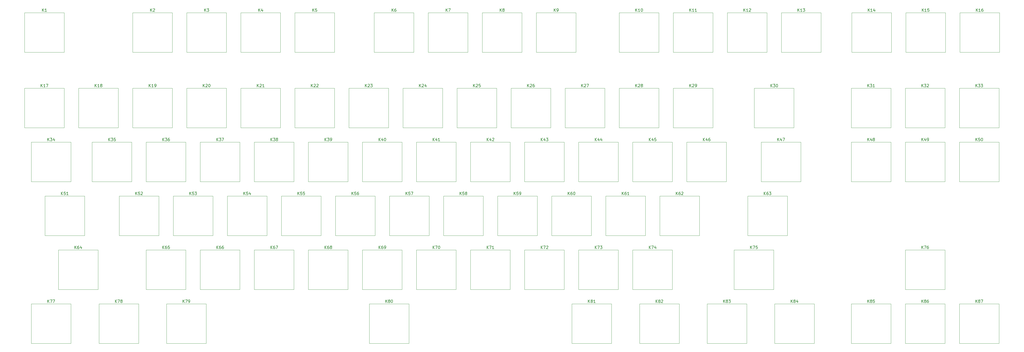
<source format=gto>
G04 #@! TF.GenerationSoftware,KiCad,Pcbnew,(6.0.10)*
G04 #@! TF.CreationDate,2023-01-05T13:22:35-05:00*
G04 #@! TF.ProjectId,2ndKeyboard,326e644b-6579-4626-9f61-72642e6b6963,rev?*
G04 #@! TF.SameCoordinates,Original*
G04 #@! TF.FileFunction,Legend,Top*
G04 #@! TF.FilePolarity,Positive*
%FSLAX46Y46*%
G04 Gerber Fmt 4.6, Leading zero omitted, Abs format (unit mm)*
G04 Created by KiCad (PCBNEW (6.0.10)) date 2023-01-05 13:22:35*
%MOMM*%
%LPD*%
G01*
G04 APERTURE LIST*
%ADD10C,0.150000*%
%ADD11C,0.120000*%
%ADD12C,1.700000*%
%ADD13C,4.000000*%
%ADD14C,2.200000*%
%ADD15C,3.050000*%
%ADD16C,0.650000*%
%ADD17O,1.000000X1.600000*%
%ADD18O,1.000000X2.100000*%
G04 APERTURE END LIST*
D10*
X135310714Y-74810880D02*
X135310714Y-73810880D01*
X135882142Y-74810880D02*
X135453571Y-74239452D01*
X135882142Y-73810880D02*
X135310714Y-74382309D01*
X136215476Y-73810880D02*
X136834523Y-73810880D01*
X136501190Y-74191833D01*
X136644047Y-74191833D01*
X136739285Y-74239452D01*
X136786904Y-74287071D01*
X136834523Y-74382309D01*
X136834523Y-74620404D01*
X136786904Y-74715642D01*
X136739285Y-74763261D01*
X136644047Y-74810880D01*
X136358333Y-74810880D01*
X136263095Y-74763261D01*
X136215476Y-74715642D01*
X137405952Y-74239452D02*
X137310714Y-74191833D01*
X137263095Y-74144214D01*
X137215476Y-74048976D01*
X137215476Y-74001357D01*
X137263095Y-73906119D01*
X137310714Y-73858500D01*
X137405952Y-73810880D01*
X137596428Y-73810880D01*
X137691666Y-73858500D01*
X137739285Y-73906119D01*
X137786904Y-74001357D01*
X137786904Y-74048976D01*
X137739285Y-74144214D01*
X137691666Y-74191833D01*
X137596428Y-74239452D01*
X137405952Y-74239452D01*
X137310714Y-74287071D01*
X137263095Y-74334690D01*
X137215476Y-74429928D01*
X137215476Y-74620404D01*
X137263095Y-74715642D01*
X137310714Y-74763261D01*
X137405952Y-74810880D01*
X137596428Y-74810880D01*
X137691666Y-74763261D01*
X137739285Y-74715642D01*
X137786904Y-74620404D01*
X137786904Y-74429928D01*
X137739285Y-74334690D01*
X137691666Y-74287071D01*
X137596428Y-74239452D01*
X225798214Y-55760880D02*
X225798214Y-54760880D01*
X226369642Y-55760880D02*
X225941071Y-55189452D01*
X226369642Y-54760880D02*
X225798214Y-55332309D01*
X226750595Y-54856119D02*
X226798214Y-54808500D01*
X226893452Y-54760880D01*
X227131547Y-54760880D01*
X227226785Y-54808500D01*
X227274404Y-54856119D01*
X227322023Y-54951357D01*
X227322023Y-55046595D01*
X227274404Y-55189452D01*
X226702976Y-55760880D01*
X227322023Y-55760880D01*
X228179166Y-54760880D02*
X227988690Y-54760880D01*
X227893452Y-54808500D01*
X227845833Y-54856119D01*
X227750595Y-54998976D01*
X227702976Y-55189452D01*
X227702976Y-55570404D01*
X227750595Y-55665642D01*
X227798214Y-55713261D01*
X227893452Y-55760880D01*
X228083928Y-55760880D01*
X228179166Y-55713261D01*
X228226785Y-55665642D01*
X228274404Y-55570404D01*
X228274404Y-55332309D01*
X228226785Y-55237071D01*
X228179166Y-55189452D01*
X228083928Y-55141833D01*
X227893452Y-55141833D01*
X227798214Y-55189452D01*
X227750595Y-55237071D01*
X227702976Y-55332309D01*
X301998214Y-29090880D02*
X301998214Y-28090880D01*
X302569642Y-29090880D02*
X302141071Y-28519452D01*
X302569642Y-28090880D02*
X301998214Y-28662309D01*
X303522023Y-29090880D02*
X302950595Y-29090880D01*
X303236309Y-29090880D02*
X303236309Y-28090880D01*
X303141071Y-28233738D01*
X303045833Y-28328976D01*
X302950595Y-28376595D01*
X303902976Y-28186119D02*
X303950595Y-28138500D01*
X304045833Y-28090880D01*
X304283928Y-28090880D01*
X304379166Y-28138500D01*
X304426785Y-28186119D01*
X304474404Y-28281357D01*
X304474404Y-28376595D01*
X304426785Y-28519452D01*
X303855357Y-29090880D01*
X304474404Y-29090880D01*
X125785714Y-93860880D02*
X125785714Y-92860880D01*
X126357142Y-93860880D02*
X125928571Y-93289452D01*
X126357142Y-92860880D02*
X125785714Y-93432309D01*
X127261904Y-92860880D02*
X126785714Y-92860880D01*
X126738095Y-93337071D01*
X126785714Y-93289452D01*
X126880952Y-93241833D01*
X127119047Y-93241833D01*
X127214285Y-93289452D01*
X127261904Y-93337071D01*
X127309523Y-93432309D01*
X127309523Y-93670404D01*
X127261904Y-93765642D01*
X127214285Y-93813261D01*
X127119047Y-93860880D01*
X126880952Y-93860880D01*
X126785714Y-93813261D01*
X126738095Y-93765642D01*
X128166666Y-93194214D02*
X128166666Y-93860880D01*
X127928571Y-92813261D02*
X127690476Y-93527547D01*
X128309523Y-93527547D01*
X364704464Y-55760880D02*
X364704464Y-54760880D01*
X365275892Y-55760880D02*
X364847321Y-55189452D01*
X365275892Y-54760880D02*
X364704464Y-55332309D01*
X365609226Y-54760880D02*
X366228273Y-54760880D01*
X365894940Y-55141833D01*
X366037797Y-55141833D01*
X366133035Y-55189452D01*
X366180654Y-55237071D01*
X366228273Y-55332309D01*
X366228273Y-55570404D01*
X366180654Y-55665642D01*
X366133035Y-55713261D01*
X366037797Y-55760880D01*
X365752083Y-55760880D01*
X365656845Y-55713261D01*
X365609226Y-55665642D01*
X366609226Y-54856119D02*
X366656845Y-54808500D01*
X366752083Y-54760880D01*
X366990178Y-54760880D01*
X367085416Y-54808500D01*
X367133035Y-54856119D01*
X367180654Y-54951357D01*
X367180654Y-55046595D01*
X367133035Y-55189452D01*
X366561607Y-55760880D01*
X367180654Y-55760880D01*
X192460714Y-74810880D02*
X192460714Y-73810880D01*
X193032142Y-74810880D02*
X192603571Y-74239452D01*
X193032142Y-73810880D02*
X192460714Y-74382309D01*
X193889285Y-74144214D02*
X193889285Y-74810880D01*
X193651190Y-73763261D02*
X193413095Y-74477547D01*
X194032142Y-74477547D01*
X194936904Y-74810880D02*
X194365476Y-74810880D01*
X194651190Y-74810880D02*
X194651190Y-73810880D01*
X194555952Y-73953738D01*
X194460714Y-74048976D01*
X194365476Y-74096595D01*
X131024404Y-29090880D02*
X131024404Y-28090880D01*
X131595833Y-29090880D02*
X131167261Y-28519452D01*
X131595833Y-28090880D02*
X131024404Y-28662309D01*
X132452976Y-28424214D02*
X132452976Y-29090880D01*
X132214880Y-28043261D02*
X131976785Y-28757547D01*
X132595833Y-28757547D01*
X116260714Y-112910880D02*
X116260714Y-111910880D01*
X116832142Y-112910880D02*
X116403571Y-112339452D01*
X116832142Y-111910880D02*
X116260714Y-112482309D01*
X117689285Y-111910880D02*
X117498809Y-111910880D01*
X117403571Y-111958500D01*
X117355952Y-112006119D01*
X117260714Y-112148976D01*
X117213095Y-112339452D01*
X117213095Y-112720404D01*
X117260714Y-112815642D01*
X117308333Y-112863261D01*
X117403571Y-112910880D01*
X117594047Y-112910880D01*
X117689285Y-112863261D01*
X117736904Y-112815642D01*
X117784523Y-112720404D01*
X117784523Y-112482309D01*
X117736904Y-112387071D01*
X117689285Y-112339452D01*
X117594047Y-112291833D01*
X117403571Y-112291833D01*
X117308333Y-112339452D01*
X117260714Y-112387071D01*
X117213095Y-112482309D01*
X118641666Y-111910880D02*
X118451190Y-111910880D01*
X118355952Y-111958500D01*
X118308333Y-112006119D01*
X118213095Y-112148976D01*
X118165476Y-112339452D01*
X118165476Y-112720404D01*
X118213095Y-112815642D01*
X118260714Y-112863261D01*
X118355952Y-112910880D01*
X118546428Y-112910880D01*
X118641666Y-112863261D01*
X118689285Y-112815642D01*
X118736904Y-112720404D01*
X118736904Y-112482309D01*
X118689285Y-112387071D01*
X118641666Y-112339452D01*
X118546428Y-112291833D01*
X118355952Y-112291833D01*
X118260714Y-112339452D01*
X118213095Y-112387071D01*
X118165476Y-112482309D01*
X268660714Y-112910880D02*
X268660714Y-111910880D01*
X269232142Y-112910880D02*
X268803571Y-112339452D01*
X269232142Y-111910880D02*
X268660714Y-112482309D01*
X269565476Y-111910880D02*
X270232142Y-111910880D01*
X269803571Y-112910880D01*
X271041666Y-112244214D02*
X271041666Y-112910880D01*
X270803571Y-111863261D02*
X270565476Y-112577547D01*
X271184523Y-112577547D01*
X230560714Y-74810880D02*
X230560714Y-73810880D01*
X231132142Y-74810880D02*
X230703571Y-74239452D01*
X231132142Y-73810880D02*
X230560714Y-74382309D01*
X231989285Y-74144214D02*
X231989285Y-74810880D01*
X231751190Y-73763261D02*
X231513095Y-74477547D01*
X232132142Y-74477547D01*
X232417857Y-73810880D02*
X233036904Y-73810880D01*
X232703571Y-74191833D01*
X232846428Y-74191833D01*
X232941666Y-74239452D01*
X232989285Y-74287071D01*
X233036904Y-74382309D01*
X233036904Y-74620404D01*
X232989285Y-74715642D01*
X232941666Y-74763261D01*
X232846428Y-74810880D01*
X232560714Y-74810880D01*
X232465476Y-74763261D01*
X232417857Y-74715642D01*
X318666964Y-131960880D02*
X318666964Y-130960880D01*
X319238392Y-131960880D02*
X318809821Y-131389452D01*
X319238392Y-130960880D02*
X318666964Y-131532309D01*
X319809821Y-131389452D02*
X319714583Y-131341833D01*
X319666964Y-131294214D01*
X319619345Y-131198976D01*
X319619345Y-131151357D01*
X319666964Y-131056119D01*
X319714583Y-131008500D01*
X319809821Y-130960880D01*
X320000297Y-130960880D01*
X320095535Y-131008500D01*
X320143154Y-131056119D01*
X320190773Y-131151357D01*
X320190773Y-131198976D01*
X320143154Y-131294214D01*
X320095535Y-131341833D01*
X320000297Y-131389452D01*
X319809821Y-131389452D01*
X319714583Y-131437071D01*
X319666964Y-131484690D01*
X319619345Y-131579928D01*
X319619345Y-131770404D01*
X319666964Y-131865642D01*
X319714583Y-131913261D01*
X319809821Y-131960880D01*
X320000297Y-131960880D01*
X320095535Y-131913261D01*
X320143154Y-131865642D01*
X320190773Y-131770404D01*
X320190773Y-131579928D01*
X320143154Y-131484690D01*
X320095535Y-131437071D01*
X320000297Y-131389452D01*
X321047916Y-131294214D02*
X321047916Y-131960880D01*
X320809821Y-130913261D02*
X320571726Y-131627547D01*
X321190773Y-131627547D01*
X345813214Y-29090880D02*
X345813214Y-28090880D01*
X346384642Y-29090880D02*
X345956071Y-28519452D01*
X346384642Y-28090880D02*
X345813214Y-28662309D01*
X347337023Y-29090880D02*
X346765595Y-29090880D01*
X347051309Y-29090880D02*
X347051309Y-28090880D01*
X346956071Y-28233738D01*
X346860833Y-28328976D01*
X346765595Y-28376595D01*
X348194166Y-28424214D02*
X348194166Y-29090880D01*
X347956071Y-28043261D02*
X347717976Y-28757547D01*
X348337023Y-28757547D01*
X150074404Y-29090880D02*
X150074404Y-28090880D01*
X150645833Y-29090880D02*
X150217261Y-28519452D01*
X150645833Y-28090880D02*
X150074404Y-28662309D01*
X151550595Y-28090880D02*
X151074404Y-28090880D01*
X151026785Y-28567071D01*
X151074404Y-28519452D01*
X151169642Y-28471833D01*
X151407738Y-28471833D01*
X151502976Y-28519452D01*
X151550595Y-28567071D01*
X151598214Y-28662309D01*
X151598214Y-28900404D01*
X151550595Y-28995642D01*
X151502976Y-29043261D01*
X151407738Y-29090880D01*
X151169642Y-29090880D01*
X151074404Y-29043261D01*
X151026785Y-28995642D01*
X244848214Y-55760880D02*
X244848214Y-54760880D01*
X245419642Y-55760880D02*
X244991071Y-55189452D01*
X245419642Y-54760880D02*
X244848214Y-55332309D01*
X245800595Y-54856119D02*
X245848214Y-54808500D01*
X245943452Y-54760880D01*
X246181547Y-54760880D01*
X246276785Y-54808500D01*
X246324404Y-54856119D01*
X246372023Y-54951357D01*
X246372023Y-55046595D01*
X246324404Y-55189452D01*
X245752976Y-55760880D01*
X246372023Y-55760880D01*
X246705357Y-54760880D02*
X247372023Y-54760880D01*
X246943452Y-55760880D01*
X111974404Y-29090880D02*
X111974404Y-28090880D01*
X112545833Y-29090880D02*
X112117261Y-28519452D01*
X112545833Y-28090880D02*
X111974404Y-28662309D01*
X112879166Y-28090880D02*
X113498214Y-28090880D01*
X113164880Y-28471833D01*
X113307738Y-28471833D01*
X113402976Y-28519452D01*
X113450595Y-28567071D01*
X113498214Y-28662309D01*
X113498214Y-28900404D01*
X113450595Y-28995642D01*
X113402976Y-29043261D01*
X113307738Y-29090880D01*
X113022023Y-29090880D01*
X112926785Y-29043261D01*
X112879166Y-28995642D01*
X364704464Y-131960880D02*
X364704464Y-130960880D01*
X365275892Y-131960880D02*
X364847321Y-131389452D01*
X365275892Y-130960880D02*
X364704464Y-131532309D01*
X365847321Y-131389452D02*
X365752083Y-131341833D01*
X365704464Y-131294214D01*
X365656845Y-131198976D01*
X365656845Y-131151357D01*
X365704464Y-131056119D01*
X365752083Y-131008500D01*
X365847321Y-130960880D01*
X366037797Y-130960880D01*
X366133035Y-131008500D01*
X366180654Y-131056119D01*
X366228273Y-131151357D01*
X366228273Y-131198976D01*
X366180654Y-131294214D01*
X366133035Y-131341833D01*
X366037797Y-131389452D01*
X365847321Y-131389452D01*
X365752083Y-131437071D01*
X365704464Y-131484690D01*
X365656845Y-131579928D01*
X365656845Y-131770404D01*
X365704464Y-131865642D01*
X365752083Y-131913261D01*
X365847321Y-131960880D01*
X366037797Y-131960880D01*
X366133035Y-131913261D01*
X366180654Y-131865642D01*
X366228273Y-131770404D01*
X366228273Y-131579928D01*
X366180654Y-131484690D01*
X366133035Y-131437071D01*
X366037797Y-131389452D01*
X367085416Y-130960880D02*
X366894940Y-130960880D01*
X366799702Y-131008500D01*
X366752083Y-131056119D01*
X366656845Y-131198976D01*
X366609226Y-131389452D01*
X366609226Y-131770404D01*
X366656845Y-131865642D01*
X366704464Y-131913261D01*
X366799702Y-131960880D01*
X366990178Y-131960880D01*
X367085416Y-131913261D01*
X367133035Y-131865642D01*
X367180654Y-131770404D01*
X367180654Y-131532309D01*
X367133035Y-131437071D01*
X367085416Y-131389452D01*
X366990178Y-131341833D01*
X366799702Y-131341833D01*
X366704464Y-131389452D01*
X366656845Y-131437071D01*
X366609226Y-131532309D01*
X154360714Y-74810880D02*
X154360714Y-73810880D01*
X154932142Y-74810880D02*
X154503571Y-74239452D01*
X154932142Y-73810880D02*
X154360714Y-74382309D01*
X155265476Y-73810880D02*
X155884523Y-73810880D01*
X155551190Y-74191833D01*
X155694047Y-74191833D01*
X155789285Y-74239452D01*
X155836904Y-74287071D01*
X155884523Y-74382309D01*
X155884523Y-74620404D01*
X155836904Y-74715642D01*
X155789285Y-74763261D01*
X155694047Y-74810880D01*
X155408333Y-74810880D01*
X155313095Y-74763261D01*
X155265476Y-74715642D01*
X156360714Y-74810880D02*
X156551190Y-74810880D01*
X156646428Y-74763261D01*
X156694047Y-74715642D01*
X156789285Y-74572785D01*
X156836904Y-74382309D01*
X156836904Y-74001357D01*
X156789285Y-73906119D01*
X156741666Y-73858500D01*
X156646428Y-73810880D01*
X156455952Y-73810880D01*
X156360714Y-73858500D01*
X156313095Y-73906119D01*
X156265476Y-74001357D01*
X156265476Y-74239452D01*
X156313095Y-74334690D01*
X156360714Y-74382309D01*
X156455952Y-74429928D01*
X156646428Y-74429928D01*
X156741666Y-74382309D01*
X156789285Y-74334690D01*
X156836904Y-74239452D01*
X235164404Y-29090880D02*
X235164404Y-28090880D01*
X235735833Y-29090880D02*
X235307261Y-28519452D01*
X235735833Y-28090880D02*
X235164404Y-28662309D01*
X236212023Y-29090880D02*
X236402500Y-29090880D01*
X236497738Y-29043261D01*
X236545357Y-28995642D01*
X236640595Y-28852785D01*
X236688214Y-28662309D01*
X236688214Y-28281357D01*
X236640595Y-28186119D01*
X236592976Y-28138500D01*
X236497738Y-28090880D01*
X236307261Y-28090880D01*
X236212023Y-28138500D01*
X236164404Y-28186119D01*
X236116785Y-28281357D01*
X236116785Y-28519452D01*
X236164404Y-28614690D01*
X236212023Y-28662309D01*
X236307261Y-28709928D01*
X236497738Y-28709928D01*
X236592976Y-28662309D01*
X236640595Y-28614690D01*
X236688214Y-28519452D01*
X197064404Y-29090880D02*
X197064404Y-28090880D01*
X197635833Y-29090880D02*
X197207261Y-28519452D01*
X197635833Y-28090880D02*
X197064404Y-28662309D01*
X197969166Y-28090880D02*
X198635833Y-28090880D01*
X198207261Y-29090880D01*
X294854464Y-131960880D02*
X294854464Y-130960880D01*
X295425892Y-131960880D02*
X294997321Y-131389452D01*
X295425892Y-130960880D02*
X294854464Y-131532309D01*
X295997321Y-131389452D02*
X295902083Y-131341833D01*
X295854464Y-131294214D01*
X295806845Y-131198976D01*
X295806845Y-131151357D01*
X295854464Y-131056119D01*
X295902083Y-131008500D01*
X295997321Y-130960880D01*
X296187797Y-130960880D01*
X296283035Y-131008500D01*
X296330654Y-131056119D01*
X296378273Y-131151357D01*
X296378273Y-131198976D01*
X296330654Y-131294214D01*
X296283035Y-131341833D01*
X296187797Y-131389452D01*
X295997321Y-131389452D01*
X295902083Y-131437071D01*
X295854464Y-131484690D01*
X295806845Y-131579928D01*
X295806845Y-131770404D01*
X295854464Y-131865642D01*
X295902083Y-131913261D01*
X295997321Y-131960880D01*
X296187797Y-131960880D01*
X296283035Y-131913261D01*
X296330654Y-131865642D01*
X296378273Y-131770404D01*
X296378273Y-131579928D01*
X296330654Y-131484690D01*
X296283035Y-131437071D01*
X296187797Y-131389452D01*
X296711607Y-130960880D02*
X297330654Y-130960880D01*
X296997321Y-131341833D01*
X297140178Y-131341833D01*
X297235416Y-131389452D01*
X297283035Y-131437071D01*
X297330654Y-131532309D01*
X297330654Y-131770404D01*
X297283035Y-131865642D01*
X297235416Y-131913261D01*
X297140178Y-131960880D01*
X296854464Y-131960880D01*
X296759226Y-131913261D01*
X296711607Y-131865642D01*
X80541964Y-131960880D02*
X80541964Y-130960880D01*
X81113392Y-131960880D02*
X80684821Y-131389452D01*
X81113392Y-130960880D02*
X80541964Y-131532309D01*
X81446726Y-130960880D02*
X82113392Y-130960880D01*
X81684821Y-131960880D01*
X82637202Y-131389452D02*
X82541964Y-131341833D01*
X82494345Y-131294214D01*
X82446726Y-131198976D01*
X82446726Y-131151357D01*
X82494345Y-131056119D01*
X82541964Y-131008500D01*
X82637202Y-130960880D01*
X82827678Y-130960880D01*
X82922916Y-131008500D01*
X82970535Y-131056119D01*
X83018154Y-131151357D01*
X83018154Y-131198976D01*
X82970535Y-131294214D01*
X82922916Y-131341833D01*
X82827678Y-131389452D01*
X82637202Y-131389452D01*
X82541964Y-131437071D01*
X82494345Y-131484690D01*
X82446726Y-131579928D01*
X82446726Y-131770404D01*
X82494345Y-131865642D01*
X82541964Y-131913261D01*
X82637202Y-131960880D01*
X82827678Y-131960880D01*
X82922916Y-131913261D01*
X82970535Y-131865642D01*
X83018154Y-131770404D01*
X83018154Y-131579928D01*
X82970535Y-131484690D01*
X82922916Y-131437071D01*
X82827678Y-131389452D01*
X130548214Y-55760880D02*
X130548214Y-54760880D01*
X131119642Y-55760880D02*
X130691071Y-55189452D01*
X131119642Y-54760880D02*
X130548214Y-55332309D01*
X131500595Y-54856119D02*
X131548214Y-54808500D01*
X131643452Y-54760880D01*
X131881547Y-54760880D01*
X131976785Y-54808500D01*
X132024404Y-54856119D01*
X132072023Y-54951357D01*
X132072023Y-55046595D01*
X132024404Y-55189452D01*
X131452976Y-55760880D01*
X132072023Y-55760880D01*
X133024404Y-55760880D02*
X132452976Y-55760880D01*
X132738690Y-55760880D02*
X132738690Y-54760880D01*
X132643452Y-54903738D01*
X132548214Y-54998976D01*
X132452976Y-55046595D01*
X111498214Y-55760880D02*
X111498214Y-54760880D01*
X112069642Y-55760880D02*
X111641071Y-55189452D01*
X112069642Y-54760880D02*
X111498214Y-55332309D01*
X112450595Y-54856119D02*
X112498214Y-54808500D01*
X112593452Y-54760880D01*
X112831547Y-54760880D01*
X112926785Y-54808500D01*
X112974404Y-54856119D01*
X113022023Y-54951357D01*
X113022023Y-55046595D01*
X112974404Y-55189452D01*
X112402976Y-55760880D01*
X113022023Y-55760880D01*
X113641071Y-54760880D02*
X113736309Y-54760880D01*
X113831547Y-54808500D01*
X113879166Y-54856119D01*
X113926785Y-54951357D01*
X113974404Y-55141833D01*
X113974404Y-55379928D01*
X113926785Y-55570404D01*
X113879166Y-55665642D01*
X113831547Y-55713261D01*
X113736309Y-55760880D01*
X113641071Y-55760880D01*
X113545833Y-55713261D01*
X113498214Y-55665642D01*
X113450595Y-55570404D01*
X113402976Y-55379928D01*
X113402976Y-55141833D01*
X113450595Y-54951357D01*
X113498214Y-54856119D01*
X113545833Y-54808500D01*
X113641071Y-54760880D01*
X278185714Y-93860880D02*
X278185714Y-92860880D01*
X278757142Y-93860880D02*
X278328571Y-93289452D01*
X278757142Y-92860880D02*
X278185714Y-93432309D01*
X279614285Y-92860880D02*
X279423809Y-92860880D01*
X279328571Y-92908500D01*
X279280952Y-92956119D01*
X279185714Y-93098976D01*
X279138095Y-93289452D01*
X279138095Y-93670404D01*
X279185714Y-93765642D01*
X279233333Y-93813261D01*
X279328571Y-93860880D01*
X279519047Y-93860880D01*
X279614285Y-93813261D01*
X279661904Y-93765642D01*
X279709523Y-93670404D01*
X279709523Y-93432309D01*
X279661904Y-93337071D01*
X279614285Y-93289452D01*
X279519047Y-93241833D01*
X279328571Y-93241833D01*
X279233333Y-93289452D01*
X279185714Y-93337071D01*
X279138095Y-93432309D01*
X280090476Y-92956119D02*
X280138095Y-92908500D01*
X280233333Y-92860880D01*
X280471428Y-92860880D01*
X280566666Y-92908500D01*
X280614285Y-92956119D01*
X280661904Y-93051357D01*
X280661904Y-93146595D01*
X280614285Y-93289452D01*
X280042857Y-93860880D01*
X280661904Y-93860880D01*
X249610714Y-74810880D02*
X249610714Y-73810880D01*
X250182142Y-74810880D02*
X249753571Y-74239452D01*
X250182142Y-73810880D02*
X249610714Y-74382309D01*
X251039285Y-74144214D02*
X251039285Y-74810880D01*
X250801190Y-73763261D02*
X250563095Y-74477547D01*
X251182142Y-74477547D01*
X251991666Y-74144214D02*
X251991666Y-74810880D01*
X251753571Y-73763261D02*
X251515476Y-74477547D01*
X252134523Y-74477547D01*
X104354464Y-131960880D02*
X104354464Y-130960880D01*
X104925892Y-131960880D02*
X104497321Y-131389452D01*
X104925892Y-130960880D02*
X104354464Y-131532309D01*
X105259226Y-130960880D02*
X105925892Y-130960880D01*
X105497321Y-131960880D01*
X106354464Y-131960880D02*
X106544940Y-131960880D01*
X106640178Y-131913261D01*
X106687797Y-131865642D01*
X106783035Y-131722785D01*
X106830654Y-131532309D01*
X106830654Y-131151357D01*
X106783035Y-131056119D01*
X106735416Y-131008500D01*
X106640178Y-130960880D01*
X106449702Y-130960880D01*
X106354464Y-131008500D01*
X106306845Y-131056119D01*
X106259226Y-131151357D01*
X106259226Y-131389452D01*
X106306845Y-131484690D01*
X106354464Y-131532309D01*
X106449702Y-131579928D01*
X106640178Y-131579928D01*
X106735416Y-131532309D01*
X106783035Y-131484690D01*
X106830654Y-131389452D01*
X259135714Y-93860880D02*
X259135714Y-92860880D01*
X259707142Y-93860880D02*
X259278571Y-93289452D01*
X259707142Y-92860880D02*
X259135714Y-93432309D01*
X260564285Y-92860880D02*
X260373809Y-92860880D01*
X260278571Y-92908500D01*
X260230952Y-92956119D01*
X260135714Y-93098976D01*
X260088095Y-93289452D01*
X260088095Y-93670404D01*
X260135714Y-93765642D01*
X260183333Y-93813261D01*
X260278571Y-93860880D01*
X260469047Y-93860880D01*
X260564285Y-93813261D01*
X260611904Y-93765642D01*
X260659523Y-93670404D01*
X260659523Y-93432309D01*
X260611904Y-93337071D01*
X260564285Y-93289452D01*
X260469047Y-93241833D01*
X260278571Y-93241833D01*
X260183333Y-93289452D01*
X260135714Y-93337071D01*
X260088095Y-93432309D01*
X261611904Y-93860880D02*
X261040476Y-93860880D01*
X261326190Y-93860880D02*
X261326190Y-92860880D01*
X261230952Y-93003738D01*
X261135714Y-93098976D01*
X261040476Y-93146595D01*
X116260714Y-74810880D02*
X116260714Y-73810880D01*
X116832142Y-74810880D02*
X116403571Y-74239452D01*
X116832142Y-73810880D02*
X116260714Y-74382309D01*
X117165476Y-73810880D02*
X117784523Y-73810880D01*
X117451190Y-74191833D01*
X117594047Y-74191833D01*
X117689285Y-74239452D01*
X117736904Y-74287071D01*
X117784523Y-74382309D01*
X117784523Y-74620404D01*
X117736904Y-74715642D01*
X117689285Y-74763261D01*
X117594047Y-74810880D01*
X117308333Y-74810880D01*
X117213095Y-74763261D01*
X117165476Y-74715642D01*
X118117857Y-73810880D02*
X118784523Y-73810880D01*
X118355952Y-74810880D01*
X383754464Y-131960880D02*
X383754464Y-130960880D01*
X384325892Y-131960880D02*
X383897321Y-131389452D01*
X384325892Y-130960880D02*
X383754464Y-131532309D01*
X384897321Y-131389452D02*
X384802083Y-131341833D01*
X384754464Y-131294214D01*
X384706845Y-131198976D01*
X384706845Y-131151357D01*
X384754464Y-131056119D01*
X384802083Y-131008500D01*
X384897321Y-130960880D01*
X385087797Y-130960880D01*
X385183035Y-131008500D01*
X385230654Y-131056119D01*
X385278273Y-131151357D01*
X385278273Y-131198976D01*
X385230654Y-131294214D01*
X385183035Y-131341833D01*
X385087797Y-131389452D01*
X384897321Y-131389452D01*
X384802083Y-131437071D01*
X384754464Y-131484690D01*
X384706845Y-131579928D01*
X384706845Y-131770404D01*
X384754464Y-131865642D01*
X384802083Y-131913261D01*
X384897321Y-131960880D01*
X385087797Y-131960880D01*
X385183035Y-131913261D01*
X385230654Y-131865642D01*
X385278273Y-131770404D01*
X385278273Y-131579928D01*
X385230654Y-131484690D01*
X385183035Y-131437071D01*
X385087797Y-131389452D01*
X385611607Y-130960880D02*
X386278273Y-130960880D01*
X385849702Y-131960880D01*
X282948214Y-29090880D02*
X282948214Y-28090880D01*
X283519642Y-29090880D02*
X283091071Y-28519452D01*
X283519642Y-28090880D02*
X282948214Y-28662309D01*
X284472023Y-29090880D02*
X283900595Y-29090880D01*
X284186309Y-29090880D02*
X284186309Y-28090880D01*
X284091071Y-28233738D01*
X283995833Y-28328976D01*
X283900595Y-28376595D01*
X285424404Y-29090880D02*
X284852976Y-29090880D01*
X285138690Y-29090880D02*
X285138690Y-28090880D01*
X285043452Y-28233738D01*
X284948214Y-28328976D01*
X284852976Y-28376595D01*
X144835714Y-93860880D02*
X144835714Y-92860880D01*
X145407142Y-93860880D02*
X144978571Y-93289452D01*
X145407142Y-92860880D02*
X144835714Y-93432309D01*
X146311904Y-92860880D02*
X145835714Y-92860880D01*
X145788095Y-93337071D01*
X145835714Y-93289452D01*
X145930952Y-93241833D01*
X146169047Y-93241833D01*
X146264285Y-93289452D01*
X146311904Y-93337071D01*
X146359523Y-93432309D01*
X146359523Y-93670404D01*
X146311904Y-93765642D01*
X146264285Y-93813261D01*
X146169047Y-93860880D01*
X145930952Y-93860880D01*
X145835714Y-93813261D01*
X145788095Y-93765642D01*
X147264285Y-92860880D02*
X146788095Y-92860880D01*
X146740476Y-93337071D01*
X146788095Y-93289452D01*
X146883333Y-93241833D01*
X147121428Y-93241833D01*
X147216666Y-93289452D01*
X147264285Y-93337071D01*
X147311904Y-93432309D01*
X147311904Y-93670404D01*
X147264285Y-93765642D01*
X147216666Y-93813261D01*
X147121428Y-93860880D01*
X146883333Y-93860880D01*
X146788095Y-93813261D01*
X146740476Y-93765642D01*
X87685714Y-93860880D02*
X87685714Y-92860880D01*
X88257142Y-93860880D02*
X87828571Y-93289452D01*
X88257142Y-92860880D02*
X87685714Y-93432309D01*
X89161904Y-92860880D02*
X88685714Y-92860880D01*
X88638095Y-93337071D01*
X88685714Y-93289452D01*
X88780952Y-93241833D01*
X89019047Y-93241833D01*
X89114285Y-93289452D01*
X89161904Y-93337071D01*
X89209523Y-93432309D01*
X89209523Y-93670404D01*
X89161904Y-93765642D01*
X89114285Y-93813261D01*
X89019047Y-93860880D01*
X88780952Y-93860880D01*
X88685714Y-93813261D01*
X88638095Y-93765642D01*
X89590476Y-92956119D02*
X89638095Y-92908500D01*
X89733333Y-92860880D01*
X89971428Y-92860880D01*
X90066666Y-92908500D01*
X90114285Y-92956119D01*
X90161904Y-93051357D01*
X90161904Y-93146595D01*
X90114285Y-93289452D01*
X89542857Y-93860880D01*
X90161904Y-93860880D01*
X106735714Y-93860880D02*
X106735714Y-92860880D01*
X107307142Y-93860880D02*
X106878571Y-93289452D01*
X107307142Y-92860880D02*
X106735714Y-93432309D01*
X108211904Y-92860880D02*
X107735714Y-92860880D01*
X107688095Y-93337071D01*
X107735714Y-93289452D01*
X107830952Y-93241833D01*
X108069047Y-93241833D01*
X108164285Y-93289452D01*
X108211904Y-93337071D01*
X108259523Y-93432309D01*
X108259523Y-93670404D01*
X108211904Y-93765642D01*
X108164285Y-93813261D01*
X108069047Y-93860880D01*
X107830952Y-93860880D01*
X107735714Y-93813261D01*
X107688095Y-93765642D01*
X108592857Y-92860880D02*
X109211904Y-92860880D01*
X108878571Y-93241833D01*
X109021428Y-93241833D01*
X109116666Y-93289452D01*
X109164285Y-93337071D01*
X109211904Y-93432309D01*
X109211904Y-93670404D01*
X109164285Y-93765642D01*
X109116666Y-93813261D01*
X109021428Y-93860880D01*
X108735714Y-93860880D01*
X108640476Y-93813261D01*
X108592857Y-93765642D01*
X135310714Y-112910880D02*
X135310714Y-111910880D01*
X135882142Y-112910880D02*
X135453571Y-112339452D01*
X135882142Y-111910880D02*
X135310714Y-112482309D01*
X136739285Y-111910880D02*
X136548809Y-111910880D01*
X136453571Y-111958500D01*
X136405952Y-112006119D01*
X136310714Y-112148976D01*
X136263095Y-112339452D01*
X136263095Y-112720404D01*
X136310714Y-112815642D01*
X136358333Y-112863261D01*
X136453571Y-112910880D01*
X136644047Y-112910880D01*
X136739285Y-112863261D01*
X136786904Y-112815642D01*
X136834523Y-112720404D01*
X136834523Y-112482309D01*
X136786904Y-112387071D01*
X136739285Y-112339452D01*
X136644047Y-112291833D01*
X136453571Y-112291833D01*
X136358333Y-112339452D01*
X136310714Y-112387071D01*
X136263095Y-112482309D01*
X137167857Y-111910880D02*
X137834523Y-111910880D01*
X137405952Y-112910880D01*
X345654464Y-74810880D02*
X345654464Y-73810880D01*
X346225892Y-74810880D02*
X345797321Y-74239452D01*
X346225892Y-73810880D02*
X345654464Y-74382309D01*
X347083035Y-74144214D02*
X347083035Y-74810880D01*
X346844940Y-73763261D02*
X346606845Y-74477547D01*
X347225892Y-74477547D01*
X347749702Y-74239452D02*
X347654464Y-74191833D01*
X347606845Y-74144214D01*
X347559226Y-74048976D01*
X347559226Y-74001357D01*
X347606845Y-73906119D01*
X347654464Y-73858500D01*
X347749702Y-73810880D01*
X347940178Y-73810880D01*
X348035416Y-73858500D01*
X348083035Y-73906119D01*
X348130654Y-74001357D01*
X348130654Y-74048976D01*
X348083035Y-74144214D01*
X348035416Y-74191833D01*
X347940178Y-74239452D01*
X347749702Y-74239452D01*
X347654464Y-74287071D01*
X347606845Y-74334690D01*
X347559226Y-74429928D01*
X347559226Y-74620404D01*
X347606845Y-74715642D01*
X347654464Y-74763261D01*
X347749702Y-74810880D01*
X347940178Y-74810880D01*
X348035416Y-74763261D01*
X348083035Y-74715642D01*
X348130654Y-74620404D01*
X348130654Y-74429928D01*
X348083035Y-74334690D01*
X348035416Y-74287071D01*
X347940178Y-74239452D01*
X230560714Y-112910880D02*
X230560714Y-111910880D01*
X231132142Y-112910880D02*
X230703571Y-112339452D01*
X231132142Y-111910880D02*
X230560714Y-112482309D01*
X231465476Y-111910880D02*
X232132142Y-111910880D01*
X231703571Y-112910880D01*
X232465476Y-112006119D02*
X232513095Y-111958500D01*
X232608333Y-111910880D01*
X232846428Y-111910880D01*
X232941666Y-111958500D01*
X232989285Y-112006119D01*
X233036904Y-112101357D01*
X233036904Y-112196595D01*
X232989285Y-112339452D01*
X232417857Y-112910880D01*
X233036904Y-112910880D01*
X287710714Y-74810880D02*
X287710714Y-73810880D01*
X288282142Y-74810880D02*
X287853571Y-74239452D01*
X288282142Y-73810880D02*
X287710714Y-74382309D01*
X289139285Y-74144214D02*
X289139285Y-74810880D01*
X288901190Y-73763261D02*
X288663095Y-74477547D01*
X289282142Y-74477547D01*
X290091666Y-73810880D02*
X289901190Y-73810880D01*
X289805952Y-73858500D01*
X289758333Y-73906119D01*
X289663095Y-74048976D01*
X289615476Y-74239452D01*
X289615476Y-74620404D01*
X289663095Y-74715642D01*
X289710714Y-74763261D01*
X289805952Y-74810880D01*
X289996428Y-74810880D01*
X290091666Y-74763261D01*
X290139285Y-74715642D01*
X290186904Y-74620404D01*
X290186904Y-74382309D01*
X290139285Y-74287071D01*
X290091666Y-74239452D01*
X289996428Y-74191833D01*
X289805952Y-74191833D01*
X289710714Y-74239452D01*
X289663095Y-74287071D01*
X289615476Y-74382309D01*
X364863214Y-29090880D02*
X364863214Y-28090880D01*
X365434642Y-29090880D02*
X365006071Y-28519452D01*
X365434642Y-28090880D02*
X364863214Y-28662309D01*
X366387023Y-29090880D02*
X365815595Y-29090880D01*
X366101309Y-29090880D02*
X366101309Y-28090880D01*
X366006071Y-28233738D01*
X365910833Y-28328976D01*
X365815595Y-28376595D01*
X367291785Y-28090880D02*
X366815595Y-28090880D01*
X366767976Y-28567071D01*
X366815595Y-28519452D01*
X366910833Y-28471833D01*
X367148928Y-28471833D01*
X367244166Y-28519452D01*
X367291785Y-28567071D01*
X367339404Y-28662309D01*
X367339404Y-28900404D01*
X367291785Y-28995642D01*
X367244166Y-29043261D01*
X367148928Y-29090880D01*
X366910833Y-29090880D01*
X366815595Y-29043261D01*
X366767976Y-28995642D01*
X321048214Y-29090880D02*
X321048214Y-28090880D01*
X321619642Y-29090880D02*
X321191071Y-28519452D01*
X321619642Y-28090880D02*
X321048214Y-28662309D01*
X322572023Y-29090880D02*
X322000595Y-29090880D01*
X322286309Y-29090880D02*
X322286309Y-28090880D01*
X322191071Y-28233738D01*
X322095833Y-28328976D01*
X322000595Y-28376595D01*
X322905357Y-28090880D02*
X323524404Y-28090880D01*
X323191071Y-28471833D01*
X323333928Y-28471833D01*
X323429166Y-28519452D01*
X323476785Y-28567071D01*
X323524404Y-28662309D01*
X323524404Y-28900404D01*
X323476785Y-28995642D01*
X323429166Y-29043261D01*
X323333928Y-29090880D01*
X323048214Y-29090880D01*
X322952976Y-29043261D01*
X322905357Y-28995642D01*
X92924404Y-29090880D02*
X92924404Y-28090880D01*
X93495833Y-29090880D02*
X93067261Y-28519452D01*
X93495833Y-28090880D02*
X92924404Y-28662309D01*
X93876785Y-28186119D02*
X93924404Y-28138500D01*
X94019642Y-28090880D01*
X94257738Y-28090880D01*
X94352976Y-28138500D01*
X94400595Y-28186119D01*
X94448214Y-28281357D01*
X94448214Y-28376595D01*
X94400595Y-28519452D01*
X93829166Y-29090880D01*
X94448214Y-29090880D01*
X163885714Y-93860880D02*
X163885714Y-92860880D01*
X164457142Y-93860880D02*
X164028571Y-93289452D01*
X164457142Y-92860880D02*
X163885714Y-93432309D01*
X165361904Y-92860880D02*
X164885714Y-92860880D01*
X164838095Y-93337071D01*
X164885714Y-93289452D01*
X164980952Y-93241833D01*
X165219047Y-93241833D01*
X165314285Y-93289452D01*
X165361904Y-93337071D01*
X165409523Y-93432309D01*
X165409523Y-93670404D01*
X165361904Y-93765642D01*
X165314285Y-93813261D01*
X165219047Y-93860880D01*
X164980952Y-93860880D01*
X164885714Y-93813261D01*
X164838095Y-93765642D01*
X166266666Y-92860880D02*
X166076190Y-92860880D01*
X165980952Y-92908500D01*
X165933333Y-92956119D01*
X165838095Y-93098976D01*
X165790476Y-93289452D01*
X165790476Y-93670404D01*
X165838095Y-93765642D01*
X165885714Y-93813261D01*
X165980952Y-93860880D01*
X166171428Y-93860880D01*
X166266666Y-93813261D01*
X166314285Y-93765642D01*
X166361904Y-93670404D01*
X166361904Y-93432309D01*
X166314285Y-93337071D01*
X166266666Y-93289452D01*
X166171428Y-93241833D01*
X165980952Y-93241833D01*
X165885714Y-93289452D01*
X165838095Y-93337071D01*
X165790476Y-93432309D01*
X192460714Y-112910880D02*
X192460714Y-111910880D01*
X193032142Y-112910880D02*
X192603571Y-112339452D01*
X193032142Y-111910880D02*
X192460714Y-112482309D01*
X193365476Y-111910880D02*
X194032142Y-111910880D01*
X193603571Y-112910880D01*
X194603571Y-111910880D02*
X194698809Y-111910880D01*
X194794047Y-111958500D01*
X194841666Y-112006119D01*
X194889285Y-112101357D01*
X194936904Y-112291833D01*
X194936904Y-112529928D01*
X194889285Y-112720404D01*
X194841666Y-112815642D01*
X194794047Y-112863261D01*
X194698809Y-112910880D01*
X194603571Y-112910880D01*
X194508333Y-112863261D01*
X194460714Y-112815642D01*
X194413095Y-112720404D01*
X194365476Y-112529928D01*
X194365476Y-112291833D01*
X194413095Y-112101357D01*
X194460714Y-112006119D01*
X194508333Y-111958500D01*
X194603571Y-111910880D01*
X201985714Y-93860880D02*
X201985714Y-92860880D01*
X202557142Y-93860880D02*
X202128571Y-93289452D01*
X202557142Y-92860880D02*
X201985714Y-93432309D01*
X203461904Y-92860880D02*
X202985714Y-92860880D01*
X202938095Y-93337071D01*
X202985714Y-93289452D01*
X203080952Y-93241833D01*
X203319047Y-93241833D01*
X203414285Y-93289452D01*
X203461904Y-93337071D01*
X203509523Y-93432309D01*
X203509523Y-93670404D01*
X203461904Y-93765642D01*
X203414285Y-93813261D01*
X203319047Y-93860880D01*
X203080952Y-93860880D01*
X202985714Y-93813261D01*
X202938095Y-93765642D01*
X204080952Y-93289452D02*
X203985714Y-93241833D01*
X203938095Y-93194214D01*
X203890476Y-93098976D01*
X203890476Y-93051357D01*
X203938095Y-92956119D01*
X203985714Y-92908500D01*
X204080952Y-92860880D01*
X204271428Y-92860880D01*
X204366666Y-92908500D01*
X204414285Y-92956119D01*
X204461904Y-93051357D01*
X204461904Y-93098976D01*
X204414285Y-93194214D01*
X204366666Y-93241833D01*
X204271428Y-93289452D01*
X204080952Y-93289452D01*
X203985714Y-93337071D01*
X203938095Y-93384690D01*
X203890476Y-93479928D01*
X203890476Y-93670404D01*
X203938095Y-93765642D01*
X203985714Y-93813261D01*
X204080952Y-93860880D01*
X204271428Y-93860880D01*
X204366666Y-93813261D01*
X204414285Y-93765642D01*
X204461904Y-93670404D01*
X204461904Y-93479928D01*
X204414285Y-93384690D01*
X204366666Y-93337071D01*
X204271428Y-93289452D01*
X168648214Y-55760880D02*
X168648214Y-54760880D01*
X169219642Y-55760880D02*
X168791071Y-55189452D01*
X169219642Y-54760880D02*
X168648214Y-55332309D01*
X169600595Y-54856119D02*
X169648214Y-54808500D01*
X169743452Y-54760880D01*
X169981547Y-54760880D01*
X170076785Y-54808500D01*
X170124404Y-54856119D01*
X170172023Y-54951357D01*
X170172023Y-55046595D01*
X170124404Y-55189452D01*
X169552976Y-55760880D01*
X170172023Y-55760880D01*
X170505357Y-54760880D02*
X171124404Y-54760880D01*
X170791071Y-55141833D01*
X170933928Y-55141833D01*
X171029166Y-55189452D01*
X171076785Y-55237071D01*
X171124404Y-55332309D01*
X171124404Y-55570404D01*
X171076785Y-55665642D01*
X171029166Y-55713261D01*
X170933928Y-55760880D01*
X170648214Y-55760880D01*
X170552976Y-55713261D01*
X170505357Y-55665642D01*
X211510714Y-74810880D02*
X211510714Y-73810880D01*
X212082142Y-74810880D02*
X211653571Y-74239452D01*
X212082142Y-73810880D02*
X211510714Y-74382309D01*
X212939285Y-74144214D02*
X212939285Y-74810880D01*
X212701190Y-73763261D02*
X212463095Y-74477547D01*
X213082142Y-74477547D01*
X213415476Y-73906119D02*
X213463095Y-73858500D01*
X213558333Y-73810880D01*
X213796428Y-73810880D01*
X213891666Y-73858500D01*
X213939285Y-73906119D01*
X213986904Y-74001357D01*
X213986904Y-74096595D01*
X213939285Y-74239452D01*
X213367857Y-74810880D01*
X213986904Y-74810880D01*
X383754464Y-55760880D02*
X383754464Y-54760880D01*
X384325892Y-55760880D02*
X383897321Y-55189452D01*
X384325892Y-54760880D02*
X383754464Y-55332309D01*
X384659226Y-54760880D02*
X385278273Y-54760880D01*
X384944940Y-55141833D01*
X385087797Y-55141833D01*
X385183035Y-55189452D01*
X385230654Y-55237071D01*
X385278273Y-55332309D01*
X385278273Y-55570404D01*
X385230654Y-55665642D01*
X385183035Y-55713261D01*
X385087797Y-55760880D01*
X384802083Y-55760880D01*
X384706845Y-55713261D01*
X384659226Y-55665642D01*
X385611607Y-54760880D02*
X386230654Y-54760880D01*
X385897321Y-55141833D01*
X386040178Y-55141833D01*
X386135416Y-55189452D01*
X386183035Y-55237071D01*
X386230654Y-55332309D01*
X386230654Y-55570404D01*
X386183035Y-55665642D01*
X386135416Y-55713261D01*
X386040178Y-55760880D01*
X385754464Y-55760880D01*
X385659226Y-55713261D01*
X385611607Y-55665642D01*
X149598214Y-55760880D02*
X149598214Y-54760880D01*
X150169642Y-55760880D02*
X149741071Y-55189452D01*
X150169642Y-54760880D02*
X149598214Y-55332309D01*
X150550595Y-54856119D02*
X150598214Y-54808500D01*
X150693452Y-54760880D01*
X150931547Y-54760880D01*
X151026785Y-54808500D01*
X151074404Y-54856119D01*
X151122023Y-54951357D01*
X151122023Y-55046595D01*
X151074404Y-55189452D01*
X150502976Y-55760880D01*
X151122023Y-55760880D01*
X151502976Y-54856119D02*
X151550595Y-54808500D01*
X151645833Y-54760880D01*
X151883928Y-54760880D01*
X151979166Y-54808500D01*
X152026785Y-54856119D01*
X152074404Y-54951357D01*
X152074404Y-55046595D01*
X152026785Y-55189452D01*
X151455357Y-55760880D01*
X152074404Y-55760880D01*
X268660714Y-74810880D02*
X268660714Y-73810880D01*
X269232142Y-74810880D02*
X268803571Y-74239452D01*
X269232142Y-73810880D02*
X268660714Y-74382309D01*
X270089285Y-74144214D02*
X270089285Y-74810880D01*
X269851190Y-73763261D02*
X269613095Y-74477547D01*
X270232142Y-74477547D01*
X271089285Y-73810880D02*
X270613095Y-73810880D01*
X270565476Y-74287071D01*
X270613095Y-74239452D01*
X270708333Y-74191833D01*
X270946428Y-74191833D01*
X271041666Y-74239452D01*
X271089285Y-74287071D01*
X271136904Y-74382309D01*
X271136904Y-74620404D01*
X271089285Y-74715642D01*
X271041666Y-74763261D01*
X270946428Y-74810880D01*
X270708333Y-74810880D01*
X270613095Y-74763261D01*
X270565476Y-74715642D01*
X173410714Y-112910880D02*
X173410714Y-111910880D01*
X173982142Y-112910880D02*
X173553571Y-112339452D01*
X173982142Y-111910880D02*
X173410714Y-112482309D01*
X174839285Y-111910880D02*
X174648809Y-111910880D01*
X174553571Y-111958500D01*
X174505952Y-112006119D01*
X174410714Y-112148976D01*
X174363095Y-112339452D01*
X174363095Y-112720404D01*
X174410714Y-112815642D01*
X174458333Y-112863261D01*
X174553571Y-112910880D01*
X174744047Y-112910880D01*
X174839285Y-112863261D01*
X174886904Y-112815642D01*
X174934523Y-112720404D01*
X174934523Y-112482309D01*
X174886904Y-112387071D01*
X174839285Y-112339452D01*
X174744047Y-112291833D01*
X174553571Y-112291833D01*
X174458333Y-112339452D01*
X174410714Y-112387071D01*
X174363095Y-112482309D01*
X175410714Y-112910880D02*
X175601190Y-112910880D01*
X175696428Y-112863261D01*
X175744047Y-112815642D01*
X175839285Y-112672785D01*
X175886904Y-112482309D01*
X175886904Y-112101357D01*
X175839285Y-112006119D01*
X175791666Y-111958500D01*
X175696428Y-111910880D01*
X175505952Y-111910880D01*
X175410714Y-111958500D01*
X175363095Y-112006119D01*
X175315476Y-112101357D01*
X175315476Y-112339452D01*
X175363095Y-112434690D01*
X175410714Y-112482309D01*
X175505952Y-112529928D01*
X175696428Y-112529928D01*
X175791666Y-112482309D01*
X175839285Y-112434690D01*
X175886904Y-112339452D01*
X66258214Y-112930880D02*
X66258214Y-111930880D01*
X66829642Y-112930880D02*
X66401071Y-112359452D01*
X66829642Y-111930880D02*
X66258214Y-112502309D01*
X67686785Y-111930880D02*
X67496309Y-111930880D01*
X67401071Y-111978500D01*
X67353452Y-112026119D01*
X67258214Y-112168976D01*
X67210595Y-112359452D01*
X67210595Y-112740404D01*
X67258214Y-112835642D01*
X67305833Y-112883261D01*
X67401071Y-112930880D01*
X67591547Y-112930880D01*
X67686785Y-112883261D01*
X67734404Y-112835642D01*
X67782023Y-112740404D01*
X67782023Y-112502309D01*
X67734404Y-112407071D01*
X67686785Y-112359452D01*
X67591547Y-112311833D01*
X67401071Y-112311833D01*
X67305833Y-112359452D01*
X67258214Y-112407071D01*
X67210595Y-112502309D01*
X68639166Y-112264214D02*
X68639166Y-112930880D01*
X68401071Y-111883261D02*
X68162976Y-112597547D01*
X68782023Y-112597547D01*
X92448214Y-55760880D02*
X92448214Y-54760880D01*
X93019642Y-55760880D02*
X92591071Y-55189452D01*
X93019642Y-54760880D02*
X92448214Y-55332309D01*
X93972023Y-55760880D02*
X93400595Y-55760880D01*
X93686309Y-55760880D02*
X93686309Y-54760880D01*
X93591071Y-54903738D01*
X93495833Y-54998976D01*
X93400595Y-55046595D01*
X94448214Y-55760880D02*
X94638690Y-55760880D01*
X94733928Y-55713261D01*
X94781547Y-55665642D01*
X94876785Y-55522785D01*
X94924404Y-55332309D01*
X94924404Y-54951357D01*
X94876785Y-54856119D01*
X94829166Y-54808500D01*
X94733928Y-54760880D01*
X94543452Y-54760880D01*
X94448214Y-54808500D01*
X94400595Y-54856119D01*
X94352976Y-54951357D01*
X94352976Y-55189452D01*
X94400595Y-55284690D01*
X94448214Y-55332309D01*
X94543452Y-55379928D01*
X94733928Y-55379928D01*
X94829166Y-55332309D01*
X94876785Y-55284690D01*
X94924404Y-55189452D01*
X154360714Y-112910880D02*
X154360714Y-111910880D01*
X154932142Y-112910880D02*
X154503571Y-112339452D01*
X154932142Y-111910880D02*
X154360714Y-112482309D01*
X155789285Y-111910880D02*
X155598809Y-111910880D01*
X155503571Y-111958500D01*
X155455952Y-112006119D01*
X155360714Y-112148976D01*
X155313095Y-112339452D01*
X155313095Y-112720404D01*
X155360714Y-112815642D01*
X155408333Y-112863261D01*
X155503571Y-112910880D01*
X155694047Y-112910880D01*
X155789285Y-112863261D01*
X155836904Y-112815642D01*
X155884523Y-112720404D01*
X155884523Y-112482309D01*
X155836904Y-112387071D01*
X155789285Y-112339452D01*
X155694047Y-112291833D01*
X155503571Y-112291833D01*
X155408333Y-112339452D01*
X155360714Y-112387071D01*
X155313095Y-112482309D01*
X156455952Y-112339452D02*
X156360714Y-112291833D01*
X156313095Y-112244214D01*
X156265476Y-112148976D01*
X156265476Y-112101357D01*
X156313095Y-112006119D01*
X156360714Y-111958500D01*
X156455952Y-111910880D01*
X156646428Y-111910880D01*
X156741666Y-111958500D01*
X156789285Y-112006119D01*
X156836904Y-112101357D01*
X156836904Y-112148976D01*
X156789285Y-112244214D01*
X156741666Y-112291833D01*
X156646428Y-112339452D01*
X156455952Y-112339452D01*
X156360714Y-112387071D01*
X156313095Y-112434690D01*
X156265476Y-112529928D01*
X156265476Y-112720404D01*
X156313095Y-112815642D01*
X156360714Y-112863261D01*
X156455952Y-112910880D01*
X156646428Y-112910880D01*
X156741666Y-112863261D01*
X156789285Y-112815642D01*
X156836904Y-112720404D01*
X156836904Y-112529928D01*
X156789285Y-112434690D01*
X156741666Y-112387071D01*
X156646428Y-112339452D01*
X73398214Y-55760880D02*
X73398214Y-54760880D01*
X73969642Y-55760880D02*
X73541071Y-55189452D01*
X73969642Y-54760880D02*
X73398214Y-55332309D01*
X74922023Y-55760880D02*
X74350595Y-55760880D01*
X74636309Y-55760880D02*
X74636309Y-54760880D01*
X74541071Y-54903738D01*
X74445833Y-54998976D01*
X74350595Y-55046595D01*
X75493452Y-55189452D02*
X75398214Y-55141833D01*
X75350595Y-55094214D01*
X75302976Y-54998976D01*
X75302976Y-54951357D01*
X75350595Y-54856119D01*
X75398214Y-54808500D01*
X75493452Y-54760880D01*
X75683928Y-54760880D01*
X75779166Y-54808500D01*
X75826785Y-54856119D01*
X75874404Y-54951357D01*
X75874404Y-54998976D01*
X75826785Y-55094214D01*
X75779166Y-55141833D01*
X75683928Y-55189452D01*
X75493452Y-55189452D01*
X75398214Y-55237071D01*
X75350595Y-55284690D01*
X75302976Y-55379928D01*
X75302976Y-55570404D01*
X75350595Y-55665642D01*
X75398214Y-55713261D01*
X75493452Y-55760880D01*
X75683928Y-55760880D01*
X75779166Y-55713261D01*
X75826785Y-55665642D01*
X75874404Y-55570404D01*
X75874404Y-55379928D01*
X75826785Y-55284690D01*
X75779166Y-55237071D01*
X75683928Y-55189452D01*
X97210714Y-112910880D02*
X97210714Y-111910880D01*
X97782142Y-112910880D02*
X97353571Y-112339452D01*
X97782142Y-111910880D02*
X97210714Y-112482309D01*
X98639285Y-111910880D02*
X98448809Y-111910880D01*
X98353571Y-111958500D01*
X98305952Y-112006119D01*
X98210714Y-112148976D01*
X98163095Y-112339452D01*
X98163095Y-112720404D01*
X98210714Y-112815642D01*
X98258333Y-112863261D01*
X98353571Y-112910880D01*
X98544047Y-112910880D01*
X98639285Y-112863261D01*
X98686904Y-112815642D01*
X98734523Y-112720404D01*
X98734523Y-112482309D01*
X98686904Y-112387071D01*
X98639285Y-112339452D01*
X98544047Y-112291833D01*
X98353571Y-112291833D01*
X98258333Y-112339452D01*
X98210714Y-112387071D01*
X98163095Y-112482309D01*
X99639285Y-111910880D02*
X99163095Y-111910880D01*
X99115476Y-112387071D01*
X99163095Y-112339452D01*
X99258333Y-112291833D01*
X99496428Y-112291833D01*
X99591666Y-112339452D01*
X99639285Y-112387071D01*
X99686904Y-112482309D01*
X99686904Y-112720404D01*
X99639285Y-112815642D01*
X99591666Y-112863261D01*
X99496428Y-112910880D01*
X99258333Y-112910880D01*
X99163095Y-112863261D01*
X99115476Y-112815642D01*
X221035714Y-93860880D02*
X221035714Y-92860880D01*
X221607142Y-93860880D02*
X221178571Y-93289452D01*
X221607142Y-92860880D02*
X221035714Y-93432309D01*
X222511904Y-92860880D02*
X222035714Y-92860880D01*
X221988095Y-93337071D01*
X222035714Y-93289452D01*
X222130952Y-93241833D01*
X222369047Y-93241833D01*
X222464285Y-93289452D01*
X222511904Y-93337071D01*
X222559523Y-93432309D01*
X222559523Y-93670404D01*
X222511904Y-93765642D01*
X222464285Y-93813261D01*
X222369047Y-93860880D01*
X222130952Y-93860880D01*
X222035714Y-93813261D01*
X221988095Y-93765642D01*
X223035714Y-93860880D02*
X223226190Y-93860880D01*
X223321428Y-93813261D01*
X223369047Y-93765642D01*
X223464285Y-93622785D01*
X223511904Y-93432309D01*
X223511904Y-93051357D01*
X223464285Y-92956119D01*
X223416666Y-92908500D01*
X223321428Y-92860880D01*
X223130952Y-92860880D01*
X223035714Y-92908500D01*
X222988095Y-92956119D01*
X222940476Y-93051357D01*
X222940476Y-93289452D01*
X222988095Y-93384690D01*
X223035714Y-93432309D01*
X223130952Y-93479928D01*
X223321428Y-93479928D01*
X223416666Y-93432309D01*
X223464285Y-93384690D01*
X223511904Y-93289452D01*
X56729464Y-131960880D02*
X56729464Y-130960880D01*
X57300892Y-131960880D02*
X56872321Y-131389452D01*
X57300892Y-130960880D02*
X56729464Y-131532309D01*
X57634226Y-130960880D02*
X58300892Y-130960880D01*
X57872321Y-131960880D01*
X58586607Y-130960880D02*
X59253273Y-130960880D01*
X58824702Y-131960880D01*
X78160714Y-74810880D02*
X78160714Y-73810880D01*
X78732142Y-74810880D02*
X78303571Y-74239452D01*
X78732142Y-73810880D02*
X78160714Y-74382309D01*
X79065476Y-73810880D02*
X79684523Y-73810880D01*
X79351190Y-74191833D01*
X79494047Y-74191833D01*
X79589285Y-74239452D01*
X79636904Y-74287071D01*
X79684523Y-74382309D01*
X79684523Y-74620404D01*
X79636904Y-74715642D01*
X79589285Y-74763261D01*
X79494047Y-74810880D01*
X79208333Y-74810880D01*
X79113095Y-74763261D01*
X79065476Y-74715642D01*
X80589285Y-73810880D02*
X80113095Y-73810880D01*
X80065476Y-74287071D01*
X80113095Y-74239452D01*
X80208333Y-74191833D01*
X80446428Y-74191833D01*
X80541666Y-74239452D01*
X80589285Y-74287071D01*
X80636904Y-74382309D01*
X80636904Y-74620404D01*
X80589285Y-74715642D01*
X80541666Y-74763261D01*
X80446428Y-74810880D01*
X80208333Y-74810880D01*
X80113095Y-74763261D01*
X80065476Y-74715642D01*
X364704464Y-112910880D02*
X364704464Y-111910880D01*
X365275892Y-112910880D02*
X364847321Y-112339452D01*
X365275892Y-111910880D02*
X364704464Y-112482309D01*
X365609226Y-111910880D02*
X366275892Y-111910880D01*
X365847321Y-112910880D01*
X367085416Y-111910880D02*
X366894940Y-111910880D01*
X366799702Y-111958500D01*
X366752083Y-112006119D01*
X366656845Y-112148976D01*
X366609226Y-112339452D01*
X366609226Y-112720404D01*
X366656845Y-112815642D01*
X366704464Y-112863261D01*
X366799702Y-112910880D01*
X366990178Y-112910880D01*
X367085416Y-112863261D01*
X367133035Y-112815642D01*
X367180654Y-112720404D01*
X367180654Y-112482309D01*
X367133035Y-112387071D01*
X367085416Y-112339452D01*
X366990178Y-112291833D01*
X366799702Y-112291833D01*
X366704464Y-112339452D01*
X366656845Y-112387071D01*
X366609226Y-112482309D01*
X61491964Y-93860880D02*
X61491964Y-92860880D01*
X62063392Y-93860880D02*
X61634821Y-93289452D01*
X62063392Y-92860880D02*
X61491964Y-93432309D01*
X62968154Y-92860880D02*
X62491964Y-92860880D01*
X62444345Y-93337071D01*
X62491964Y-93289452D01*
X62587202Y-93241833D01*
X62825297Y-93241833D01*
X62920535Y-93289452D01*
X62968154Y-93337071D01*
X63015773Y-93432309D01*
X63015773Y-93670404D01*
X62968154Y-93765642D01*
X62920535Y-93813261D01*
X62825297Y-93860880D01*
X62587202Y-93860880D01*
X62491964Y-93813261D01*
X62444345Y-93765642D01*
X63968154Y-93860880D02*
X63396726Y-93860880D01*
X63682440Y-93860880D02*
X63682440Y-92860880D01*
X63587202Y-93003738D01*
X63491964Y-93098976D01*
X63396726Y-93146595D01*
X313904464Y-74810880D02*
X313904464Y-73810880D01*
X314475892Y-74810880D02*
X314047321Y-74239452D01*
X314475892Y-73810880D02*
X313904464Y-74382309D01*
X315333035Y-74144214D02*
X315333035Y-74810880D01*
X315094940Y-73763261D02*
X314856845Y-74477547D01*
X315475892Y-74477547D01*
X315761607Y-73810880D02*
X316428273Y-73810880D01*
X315999702Y-74810880D01*
X263898214Y-29090880D02*
X263898214Y-28090880D01*
X264469642Y-29090880D02*
X264041071Y-28519452D01*
X264469642Y-28090880D02*
X263898214Y-28662309D01*
X265422023Y-29090880D02*
X264850595Y-29090880D01*
X265136309Y-29090880D02*
X265136309Y-28090880D01*
X265041071Y-28233738D01*
X264945833Y-28328976D01*
X264850595Y-28376595D01*
X266041071Y-28090880D02*
X266136309Y-28090880D01*
X266231547Y-28138500D01*
X266279166Y-28186119D01*
X266326785Y-28281357D01*
X266374404Y-28471833D01*
X266374404Y-28709928D01*
X266326785Y-28900404D01*
X266279166Y-28995642D01*
X266231547Y-29043261D01*
X266136309Y-29090880D01*
X266041071Y-29090880D01*
X265945833Y-29043261D01*
X265898214Y-28995642D01*
X265850595Y-28900404D01*
X265802976Y-28709928D01*
X265802976Y-28471833D01*
X265850595Y-28281357D01*
X265898214Y-28186119D01*
X265945833Y-28138500D01*
X266041071Y-28090880D01*
X54824404Y-29090880D02*
X54824404Y-28090880D01*
X55395833Y-29090880D02*
X54967261Y-28519452D01*
X55395833Y-28090880D02*
X54824404Y-28662309D01*
X56348214Y-29090880D02*
X55776785Y-29090880D01*
X56062500Y-29090880D02*
X56062500Y-28090880D01*
X55967261Y-28233738D01*
X55872023Y-28328976D01*
X55776785Y-28376595D01*
X364704464Y-74810880D02*
X364704464Y-73810880D01*
X365275892Y-74810880D02*
X364847321Y-74239452D01*
X365275892Y-73810880D02*
X364704464Y-74382309D01*
X366133035Y-74144214D02*
X366133035Y-74810880D01*
X365894940Y-73763261D02*
X365656845Y-74477547D01*
X366275892Y-74477547D01*
X366704464Y-74810880D02*
X366894940Y-74810880D01*
X366990178Y-74763261D01*
X367037797Y-74715642D01*
X367133035Y-74572785D01*
X367180654Y-74382309D01*
X367180654Y-74001357D01*
X367133035Y-73906119D01*
X367085416Y-73858500D01*
X366990178Y-73810880D01*
X366799702Y-73810880D01*
X366704464Y-73858500D01*
X366656845Y-73906119D01*
X366609226Y-74001357D01*
X366609226Y-74239452D01*
X366656845Y-74334690D01*
X366704464Y-74382309D01*
X366799702Y-74429928D01*
X366990178Y-74429928D01*
X367085416Y-74382309D01*
X367133035Y-74334690D01*
X367180654Y-74239452D01*
X175811014Y-131945680D02*
X175811014Y-130945680D01*
X176382442Y-131945680D02*
X175953871Y-131374252D01*
X176382442Y-130945680D02*
X175811014Y-131517109D01*
X176953871Y-131374252D02*
X176858633Y-131326633D01*
X176811014Y-131279014D01*
X176763395Y-131183776D01*
X176763395Y-131136157D01*
X176811014Y-131040919D01*
X176858633Y-130993300D01*
X176953871Y-130945680D01*
X177144347Y-130945680D01*
X177239585Y-130993300D01*
X177287204Y-131040919D01*
X177334823Y-131136157D01*
X177334823Y-131183776D01*
X177287204Y-131279014D01*
X177239585Y-131326633D01*
X177144347Y-131374252D01*
X176953871Y-131374252D01*
X176858633Y-131421871D01*
X176811014Y-131469490D01*
X176763395Y-131564728D01*
X176763395Y-131755204D01*
X176811014Y-131850442D01*
X176858633Y-131898061D01*
X176953871Y-131945680D01*
X177144347Y-131945680D01*
X177239585Y-131898061D01*
X177287204Y-131850442D01*
X177334823Y-131755204D01*
X177334823Y-131564728D01*
X177287204Y-131469490D01*
X177239585Y-131421871D01*
X177144347Y-131374252D01*
X177953871Y-130945680D02*
X178049109Y-130945680D01*
X178144347Y-130993300D01*
X178191966Y-131040919D01*
X178239585Y-131136157D01*
X178287204Y-131326633D01*
X178287204Y-131564728D01*
X178239585Y-131755204D01*
X178191966Y-131850442D01*
X178144347Y-131898061D01*
X178049109Y-131945680D01*
X177953871Y-131945680D01*
X177858633Y-131898061D01*
X177811014Y-131850442D01*
X177763395Y-131755204D01*
X177715776Y-131564728D01*
X177715776Y-131326633D01*
X177763395Y-131136157D01*
X177811014Y-131040919D01*
X177858633Y-130993300D01*
X177953871Y-130945680D01*
X173410714Y-74810880D02*
X173410714Y-73810880D01*
X173982142Y-74810880D02*
X173553571Y-74239452D01*
X173982142Y-73810880D02*
X173410714Y-74382309D01*
X174839285Y-74144214D02*
X174839285Y-74810880D01*
X174601190Y-73763261D02*
X174363095Y-74477547D01*
X174982142Y-74477547D01*
X175553571Y-73810880D02*
X175648809Y-73810880D01*
X175744047Y-73858500D01*
X175791666Y-73906119D01*
X175839285Y-74001357D01*
X175886904Y-74191833D01*
X175886904Y-74429928D01*
X175839285Y-74620404D01*
X175791666Y-74715642D01*
X175744047Y-74763261D01*
X175648809Y-74810880D01*
X175553571Y-74810880D01*
X175458333Y-74763261D01*
X175410714Y-74715642D01*
X175363095Y-74620404D01*
X175315476Y-74429928D01*
X175315476Y-74191833D01*
X175363095Y-74001357D01*
X175410714Y-73906119D01*
X175458333Y-73858500D01*
X175553571Y-73810880D01*
X383754464Y-74810880D02*
X383754464Y-73810880D01*
X384325892Y-74810880D02*
X383897321Y-74239452D01*
X384325892Y-73810880D02*
X383754464Y-74382309D01*
X385230654Y-73810880D02*
X384754464Y-73810880D01*
X384706845Y-74287071D01*
X384754464Y-74239452D01*
X384849702Y-74191833D01*
X385087797Y-74191833D01*
X385183035Y-74239452D01*
X385230654Y-74287071D01*
X385278273Y-74382309D01*
X385278273Y-74620404D01*
X385230654Y-74715642D01*
X385183035Y-74763261D01*
X385087797Y-74810880D01*
X384849702Y-74810880D01*
X384754464Y-74763261D01*
X384706845Y-74715642D01*
X385897321Y-73810880D02*
X385992559Y-73810880D01*
X386087797Y-73858500D01*
X386135416Y-73906119D01*
X386183035Y-74001357D01*
X386230654Y-74191833D01*
X386230654Y-74429928D01*
X386183035Y-74620404D01*
X386135416Y-74715642D01*
X386087797Y-74763261D01*
X385992559Y-74810880D01*
X385897321Y-74810880D01*
X385802083Y-74763261D01*
X385754464Y-74715642D01*
X385706845Y-74620404D01*
X385659226Y-74429928D01*
X385659226Y-74191833D01*
X385706845Y-74001357D01*
X385754464Y-73906119D01*
X385802083Y-73858500D01*
X385897321Y-73810880D01*
X211510714Y-112910880D02*
X211510714Y-111910880D01*
X212082142Y-112910880D02*
X211653571Y-112339452D01*
X212082142Y-111910880D02*
X211510714Y-112482309D01*
X212415476Y-111910880D02*
X213082142Y-111910880D01*
X212653571Y-112910880D01*
X213986904Y-112910880D02*
X213415476Y-112910880D01*
X213701190Y-112910880D02*
X213701190Y-111910880D01*
X213605952Y-112053738D01*
X213510714Y-112148976D01*
X213415476Y-112196595D01*
X187698214Y-55760880D02*
X187698214Y-54760880D01*
X188269642Y-55760880D02*
X187841071Y-55189452D01*
X188269642Y-54760880D02*
X187698214Y-55332309D01*
X188650595Y-54856119D02*
X188698214Y-54808500D01*
X188793452Y-54760880D01*
X189031547Y-54760880D01*
X189126785Y-54808500D01*
X189174404Y-54856119D01*
X189222023Y-54951357D01*
X189222023Y-55046595D01*
X189174404Y-55189452D01*
X188602976Y-55760880D01*
X189222023Y-55760880D01*
X190079166Y-55094214D02*
X190079166Y-55760880D01*
X189841071Y-54713261D02*
X189602976Y-55427547D01*
X190222023Y-55427547D01*
X345654464Y-131960880D02*
X345654464Y-130960880D01*
X346225892Y-131960880D02*
X345797321Y-131389452D01*
X346225892Y-130960880D02*
X345654464Y-131532309D01*
X346797321Y-131389452D02*
X346702083Y-131341833D01*
X346654464Y-131294214D01*
X346606845Y-131198976D01*
X346606845Y-131151357D01*
X346654464Y-131056119D01*
X346702083Y-131008500D01*
X346797321Y-130960880D01*
X346987797Y-130960880D01*
X347083035Y-131008500D01*
X347130654Y-131056119D01*
X347178273Y-131151357D01*
X347178273Y-131198976D01*
X347130654Y-131294214D01*
X347083035Y-131341833D01*
X346987797Y-131389452D01*
X346797321Y-131389452D01*
X346702083Y-131437071D01*
X346654464Y-131484690D01*
X346606845Y-131579928D01*
X346606845Y-131770404D01*
X346654464Y-131865642D01*
X346702083Y-131913261D01*
X346797321Y-131960880D01*
X346987797Y-131960880D01*
X347083035Y-131913261D01*
X347130654Y-131865642D01*
X347178273Y-131770404D01*
X347178273Y-131579928D01*
X347130654Y-131484690D01*
X347083035Y-131437071D01*
X346987797Y-131389452D01*
X348083035Y-130960880D02*
X347606845Y-130960880D01*
X347559226Y-131437071D01*
X347606845Y-131389452D01*
X347702083Y-131341833D01*
X347940178Y-131341833D01*
X348035416Y-131389452D01*
X348083035Y-131437071D01*
X348130654Y-131532309D01*
X348130654Y-131770404D01*
X348083035Y-131865642D01*
X348035416Y-131913261D01*
X347940178Y-131960880D01*
X347702083Y-131960880D01*
X347606845Y-131913261D01*
X347559226Y-131865642D01*
X206748214Y-55760880D02*
X206748214Y-54760880D01*
X207319642Y-55760880D02*
X206891071Y-55189452D01*
X207319642Y-54760880D02*
X206748214Y-55332309D01*
X207700595Y-54856119D02*
X207748214Y-54808500D01*
X207843452Y-54760880D01*
X208081547Y-54760880D01*
X208176785Y-54808500D01*
X208224404Y-54856119D01*
X208272023Y-54951357D01*
X208272023Y-55046595D01*
X208224404Y-55189452D01*
X207652976Y-55760880D01*
X208272023Y-55760880D01*
X209176785Y-54760880D02*
X208700595Y-54760880D01*
X208652976Y-55237071D01*
X208700595Y-55189452D01*
X208795833Y-55141833D01*
X209033928Y-55141833D01*
X209129166Y-55189452D01*
X209176785Y-55237071D01*
X209224404Y-55332309D01*
X209224404Y-55570404D01*
X209176785Y-55665642D01*
X209129166Y-55713261D01*
X209033928Y-55760880D01*
X208795833Y-55760880D01*
X208700595Y-55713261D01*
X208652976Y-55665642D01*
X56729464Y-74810880D02*
X56729464Y-73810880D01*
X57300892Y-74810880D02*
X56872321Y-74239452D01*
X57300892Y-73810880D02*
X56729464Y-74382309D01*
X57634226Y-73810880D02*
X58253273Y-73810880D01*
X57919940Y-74191833D01*
X58062797Y-74191833D01*
X58158035Y-74239452D01*
X58205654Y-74287071D01*
X58253273Y-74382309D01*
X58253273Y-74620404D01*
X58205654Y-74715642D01*
X58158035Y-74763261D01*
X58062797Y-74810880D01*
X57777083Y-74810880D01*
X57681845Y-74763261D01*
X57634226Y-74715642D01*
X59110416Y-74144214D02*
X59110416Y-74810880D01*
X58872321Y-73763261D02*
X58634226Y-74477547D01*
X59253273Y-74477547D01*
X216114404Y-29090880D02*
X216114404Y-28090880D01*
X216685833Y-29090880D02*
X216257261Y-28519452D01*
X216685833Y-28090880D02*
X216114404Y-28662309D01*
X217257261Y-28519452D02*
X217162023Y-28471833D01*
X217114404Y-28424214D01*
X217066785Y-28328976D01*
X217066785Y-28281357D01*
X217114404Y-28186119D01*
X217162023Y-28138500D01*
X217257261Y-28090880D01*
X217447738Y-28090880D01*
X217542976Y-28138500D01*
X217590595Y-28186119D01*
X217638214Y-28281357D01*
X217638214Y-28328976D01*
X217590595Y-28424214D01*
X217542976Y-28471833D01*
X217447738Y-28519452D01*
X217257261Y-28519452D01*
X217162023Y-28567071D01*
X217114404Y-28614690D01*
X217066785Y-28709928D01*
X217066785Y-28900404D01*
X217114404Y-28995642D01*
X217162023Y-29043261D01*
X217257261Y-29090880D01*
X217447738Y-29090880D01*
X217542976Y-29043261D01*
X217590595Y-28995642D01*
X217638214Y-28900404D01*
X217638214Y-28709928D01*
X217590595Y-28614690D01*
X217542976Y-28567071D01*
X217447738Y-28519452D01*
X247229464Y-131960880D02*
X247229464Y-130960880D01*
X247800892Y-131960880D02*
X247372321Y-131389452D01*
X247800892Y-130960880D02*
X247229464Y-131532309D01*
X248372321Y-131389452D02*
X248277083Y-131341833D01*
X248229464Y-131294214D01*
X248181845Y-131198976D01*
X248181845Y-131151357D01*
X248229464Y-131056119D01*
X248277083Y-131008500D01*
X248372321Y-130960880D01*
X248562797Y-130960880D01*
X248658035Y-131008500D01*
X248705654Y-131056119D01*
X248753273Y-131151357D01*
X248753273Y-131198976D01*
X248705654Y-131294214D01*
X248658035Y-131341833D01*
X248562797Y-131389452D01*
X248372321Y-131389452D01*
X248277083Y-131437071D01*
X248229464Y-131484690D01*
X248181845Y-131579928D01*
X248181845Y-131770404D01*
X248229464Y-131865642D01*
X248277083Y-131913261D01*
X248372321Y-131960880D01*
X248562797Y-131960880D01*
X248658035Y-131913261D01*
X248705654Y-131865642D01*
X248753273Y-131770404D01*
X248753273Y-131579928D01*
X248705654Y-131484690D01*
X248658035Y-131437071D01*
X248562797Y-131389452D01*
X249705654Y-131960880D02*
X249134226Y-131960880D01*
X249419940Y-131960880D02*
X249419940Y-130960880D01*
X249324702Y-131103738D01*
X249229464Y-131198976D01*
X249134226Y-131246595D01*
X304379464Y-112910880D02*
X304379464Y-111910880D01*
X304950892Y-112910880D02*
X304522321Y-112339452D01*
X304950892Y-111910880D02*
X304379464Y-112482309D01*
X305284226Y-111910880D02*
X305950892Y-111910880D01*
X305522321Y-112910880D01*
X306808035Y-111910880D02*
X306331845Y-111910880D01*
X306284226Y-112387071D01*
X306331845Y-112339452D01*
X306427083Y-112291833D01*
X306665178Y-112291833D01*
X306760416Y-112339452D01*
X306808035Y-112387071D01*
X306855654Y-112482309D01*
X306855654Y-112720404D01*
X306808035Y-112815642D01*
X306760416Y-112863261D01*
X306665178Y-112910880D01*
X306427083Y-112910880D01*
X306331845Y-112863261D01*
X306284226Y-112815642D01*
X263898214Y-55760880D02*
X263898214Y-54760880D01*
X264469642Y-55760880D02*
X264041071Y-55189452D01*
X264469642Y-54760880D02*
X263898214Y-55332309D01*
X264850595Y-54856119D02*
X264898214Y-54808500D01*
X264993452Y-54760880D01*
X265231547Y-54760880D01*
X265326785Y-54808500D01*
X265374404Y-54856119D01*
X265422023Y-54951357D01*
X265422023Y-55046595D01*
X265374404Y-55189452D01*
X264802976Y-55760880D01*
X265422023Y-55760880D01*
X265993452Y-55189452D02*
X265898214Y-55141833D01*
X265850595Y-55094214D01*
X265802976Y-54998976D01*
X265802976Y-54951357D01*
X265850595Y-54856119D01*
X265898214Y-54808500D01*
X265993452Y-54760880D01*
X266183928Y-54760880D01*
X266279166Y-54808500D01*
X266326785Y-54856119D01*
X266374404Y-54951357D01*
X266374404Y-54998976D01*
X266326785Y-55094214D01*
X266279166Y-55141833D01*
X266183928Y-55189452D01*
X265993452Y-55189452D01*
X265898214Y-55237071D01*
X265850595Y-55284690D01*
X265802976Y-55379928D01*
X265802976Y-55570404D01*
X265850595Y-55665642D01*
X265898214Y-55713261D01*
X265993452Y-55760880D01*
X266183928Y-55760880D01*
X266279166Y-55713261D01*
X266326785Y-55665642D01*
X266374404Y-55570404D01*
X266374404Y-55379928D01*
X266326785Y-55284690D01*
X266279166Y-55237071D01*
X266183928Y-55189452D01*
X311497814Y-55771080D02*
X311497814Y-54771080D01*
X312069242Y-55771080D02*
X311640671Y-55199652D01*
X312069242Y-54771080D02*
X311497814Y-55342509D01*
X312402576Y-54771080D02*
X313021623Y-54771080D01*
X312688290Y-55152033D01*
X312831147Y-55152033D01*
X312926385Y-55199652D01*
X312974004Y-55247271D01*
X313021623Y-55342509D01*
X313021623Y-55580604D01*
X312974004Y-55675842D01*
X312926385Y-55723461D01*
X312831147Y-55771080D01*
X312545433Y-55771080D01*
X312450195Y-55723461D01*
X312402576Y-55675842D01*
X313640671Y-54771080D02*
X313735909Y-54771080D01*
X313831147Y-54818700D01*
X313878766Y-54866319D01*
X313926385Y-54961557D01*
X313974004Y-55152033D01*
X313974004Y-55390128D01*
X313926385Y-55580604D01*
X313878766Y-55675842D01*
X313831147Y-55723461D01*
X313735909Y-55771080D01*
X313640671Y-55771080D01*
X313545433Y-55723461D01*
X313497814Y-55675842D01*
X313450195Y-55580604D01*
X313402576Y-55390128D01*
X313402576Y-55152033D01*
X313450195Y-54961557D01*
X313497814Y-54866319D01*
X313545433Y-54818700D01*
X313640671Y-54771080D01*
X383913214Y-29090880D02*
X383913214Y-28090880D01*
X384484642Y-29090880D02*
X384056071Y-28519452D01*
X384484642Y-28090880D02*
X383913214Y-28662309D01*
X385437023Y-29090880D02*
X384865595Y-29090880D01*
X385151309Y-29090880D02*
X385151309Y-28090880D01*
X385056071Y-28233738D01*
X384960833Y-28328976D01*
X384865595Y-28376595D01*
X386294166Y-28090880D02*
X386103690Y-28090880D01*
X386008452Y-28138500D01*
X385960833Y-28186119D01*
X385865595Y-28328976D01*
X385817976Y-28519452D01*
X385817976Y-28900404D01*
X385865595Y-28995642D01*
X385913214Y-29043261D01*
X386008452Y-29090880D01*
X386198928Y-29090880D01*
X386294166Y-29043261D01*
X386341785Y-28995642D01*
X386389404Y-28900404D01*
X386389404Y-28662309D01*
X386341785Y-28567071D01*
X386294166Y-28519452D01*
X386198928Y-28471833D01*
X386008452Y-28471833D01*
X385913214Y-28519452D01*
X385865595Y-28567071D01*
X385817976Y-28662309D01*
X54348214Y-55760880D02*
X54348214Y-54760880D01*
X54919642Y-55760880D02*
X54491071Y-55189452D01*
X54919642Y-54760880D02*
X54348214Y-55332309D01*
X55872023Y-55760880D02*
X55300595Y-55760880D01*
X55586309Y-55760880D02*
X55586309Y-54760880D01*
X55491071Y-54903738D01*
X55395833Y-54998976D01*
X55300595Y-55046595D01*
X56205357Y-54760880D02*
X56872023Y-54760880D01*
X56443452Y-55760880D01*
X271038214Y-131970880D02*
X271038214Y-130970880D01*
X271609642Y-131970880D02*
X271181071Y-131399452D01*
X271609642Y-130970880D02*
X271038214Y-131542309D01*
X272181071Y-131399452D02*
X272085833Y-131351833D01*
X272038214Y-131304214D01*
X271990595Y-131208976D01*
X271990595Y-131161357D01*
X272038214Y-131066119D01*
X272085833Y-131018500D01*
X272181071Y-130970880D01*
X272371547Y-130970880D01*
X272466785Y-131018500D01*
X272514404Y-131066119D01*
X272562023Y-131161357D01*
X272562023Y-131208976D01*
X272514404Y-131304214D01*
X272466785Y-131351833D01*
X272371547Y-131399452D01*
X272181071Y-131399452D01*
X272085833Y-131447071D01*
X272038214Y-131494690D01*
X271990595Y-131589928D01*
X271990595Y-131780404D01*
X272038214Y-131875642D01*
X272085833Y-131923261D01*
X272181071Y-131970880D01*
X272371547Y-131970880D01*
X272466785Y-131923261D01*
X272514404Y-131875642D01*
X272562023Y-131780404D01*
X272562023Y-131589928D01*
X272514404Y-131494690D01*
X272466785Y-131447071D01*
X272371547Y-131399452D01*
X272942976Y-131066119D02*
X272990595Y-131018500D01*
X273085833Y-130970880D01*
X273323928Y-130970880D01*
X273419166Y-131018500D01*
X273466785Y-131066119D01*
X273514404Y-131161357D01*
X273514404Y-131256595D01*
X273466785Y-131399452D01*
X272895357Y-131970880D01*
X273514404Y-131970880D01*
X345654464Y-55760880D02*
X345654464Y-54760880D01*
X346225892Y-55760880D02*
X345797321Y-55189452D01*
X346225892Y-54760880D02*
X345654464Y-55332309D01*
X346559226Y-54760880D02*
X347178273Y-54760880D01*
X346844940Y-55141833D01*
X346987797Y-55141833D01*
X347083035Y-55189452D01*
X347130654Y-55237071D01*
X347178273Y-55332309D01*
X347178273Y-55570404D01*
X347130654Y-55665642D01*
X347083035Y-55713261D01*
X346987797Y-55760880D01*
X346702083Y-55760880D01*
X346606845Y-55713261D01*
X346559226Y-55665642D01*
X348130654Y-55760880D02*
X347559226Y-55760880D01*
X347844940Y-55760880D02*
X347844940Y-54760880D01*
X347749702Y-54903738D01*
X347654464Y-54998976D01*
X347559226Y-55046595D01*
X249610714Y-112910880D02*
X249610714Y-111910880D01*
X250182142Y-112910880D02*
X249753571Y-112339452D01*
X250182142Y-111910880D02*
X249610714Y-112482309D01*
X250515476Y-111910880D02*
X251182142Y-111910880D01*
X250753571Y-112910880D01*
X251467857Y-111910880D02*
X252086904Y-111910880D01*
X251753571Y-112291833D01*
X251896428Y-112291833D01*
X251991666Y-112339452D01*
X252039285Y-112387071D01*
X252086904Y-112482309D01*
X252086904Y-112720404D01*
X252039285Y-112815642D01*
X251991666Y-112863261D01*
X251896428Y-112910880D01*
X251610714Y-112910880D01*
X251515476Y-112863261D01*
X251467857Y-112815642D01*
X240085714Y-93860880D02*
X240085714Y-92860880D01*
X240657142Y-93860880D02*
X240228571Y-93289452D01*
X240657142Y-92860880D02*
X240085714Y-93432309D01*
X241514285Y-92860880D02*
X241323809Y-92860880D01*
X241228571Y-92908500D01*
X241180952Y-92956119D01*
X241085714Y-93098976D01*
X241038095Y-93289452D01*
X241038095Y-93670404D01*
X241085714Y-93765642D01*
X241133333Y-93813261D01*
X241228571Y-93860880D01*
X241419047Y-93860880D01*
X241514285Y-93813261D01*
X241561904Y-93765642D01*
X241609523Y-93670404D01*
X241609523Y-93432309D01*
X241561904Y-93337071D01*
X241514285Y-93289452D01*
X241419047Y-93241833D01*
X241228571Y-93241833D01*
X241133333Y-93289452D01*
X241085714Y-93337071D01*
X241038095Y-93432309D01*
X242228571Y-92860880D02*
X242323809Y-92860880D01*
X242419047Y-92908500D01*
X242466666Y-92956119D01*
X242514285Y-93051357D01*
X242561904Y-93241833D01*
X242561904Y-93479928D01*
X242514285Y-93670404D01*
X242466666Y-93765642D01*
X242419047Y-93813261D01*
X242323809Y-93860880D01*
X242228571Y-93860880D01*
X242133333Y-93813261D01*
X242085714Y-93765642D01*
X242038095Y-93670404D01*
X241990476Y-93479928D01*
X241990476Y-93241833D01*
X242038095Y-93051357D01*
X242085714Y-92956119D01*
X242133333Y-92908500D01*
X242228571Y-92860880D01*
X282948214Y-55760880D02*
X282948214Y-54760880D01*
X283519642Y-55760880D02*
X283091071Y-55189452D01*
X283519642Y-54760880D02*
X282948214Y-55332309D01*
X283900595Y-54856119D02*
X283948214Y-54808500D01*
X284043452Y-54760880D01*
X284281547Y-54760880D01*
X284376785Y-54808500D01*
X284424404Y-54856119D01*
X284472023Y-54951357D01*
X284472023Y-55046595D01*
X284424404Y-55189452D01*
X283852976Y-55760880D01*
X284472023Y-55760880D01*
X284948214Y-55760880D02*
X285138690Y-55760880D01*
X285233928Y-55713261D01*
X285281547Y-55665642D01*
X285376785Y-55522785D01*
X285424404Y-55332309D01*
X285424404Y-54951357D01*
X285376785Y-54856119D01*
X285329166Y-54808500D01*
X285233928Y-54760880D01*
X285043452Y-54760880D01*
X284948214Y-54808500D01*
X284900595Y-54856119D01*
X284852976Y-54951357D01*
X284852976Y-55189452D01*
X284900595Y-55284690D01*
X284948214Y-55332309D01*
X285043452Y-55379928D01*
X285233928Y-55379928D01*
X285329166Y-55332309D01*
X285376785Y-55284690D01*
X285424404Y-55189452D01*
X182935714Y-93860880D02*
X182935714Y-92860880D01*
X183507142Y-93860880D02*
X183078571Y-93289452D01*
X183507142Y-92860880D02*
X182935714Y-93432309D01*
X184411904Y-92860880D02*
X183935714Y-92860880D01*
X183888095Y-93337071D01*
X183935714Y-93289452D01*
X184030952Y-93241833D01*
X184269047Y-93241833D01*
X184364285Y-93289452D01*
X184411904Y-93337071D01*
X184459523Y-93432309D01*
X184459523Y-93670404D01*
X184411904Y-93765642D01*
X184364285Y-93813261D01*
X184269047Y-93860880D01*
X184030952Y-93860880D01*
X183935714Y-93813261D01*
X183888095Y-93765642D01*
X184792857Y-92860880D02*
X185459523Y-92860880D01*
X185030952Y-93860880D01*
X178014404Y-29090880D02*
X178014404Y-28090880D01*
X178585833Y-29090880D02*
X178157261Y-28519452D01*
X178585833Y-28090880D02*
X178014404Y-28662309D01*
X179442976Y-28090880D02*
X179252500Y-28090880D01*
X179157261Y-28138500D01*
X179109642Y-28186119D01*
X179014404Y-28328976D01*
X178966785Y-28519452D01*
X178966785Y-28900404D01*
X179014404Y-28995642D01*
X179062023Y-29043261D01*
X179157261Y-29090880D01*
X179347738Y-29090880D01*
X179442976Y-29043261D01*
X179490595Y-28995642D01*
X179538214Y-28900404D01*
X179538214Y-28662309D01*
X179490595Y-28567071D01*
X179442976Y-28519452D01*
X179347738Y-28471833D01*
X179157261Y-28471833D01*
X179062023Y-28519452D01*
X179014404Y-28567071D01*
X178966785Y-28662309D01*
X309141964Y-93860880D02*
X309141964Y-92860880D01*
X309713392Y-93860880D02*
X309284821Y-93289452D01*
X309713392Y-92860880D02*
X309141964Y-93432309D01*
X310570535Y-92860880D02*
X310380059Y-92860880D01*
X310284821Y-92908500D01*
X310237202Y-92956119D01*
X310141964Y-93098976D01*
X310094345Y-93289452D01*
X310094345Y-93670404D01*
X310141964Y-93765642D01*
X310189583Y-93813261D01*
X310284821Y-93860880D01*
X310475297Y-93860880D01*
X310570535Y-93813261D01*
X310618154Y-93765642D01*
X310665773Y-93670404D01*
X310665773Y-93432309D01*
X310618154Y-93337071D01*
X310570535Y-93289452D01*
X310475297Y-93241833D01*
X310284821Y-93241833D01*
X310189583Y-93289452D01*
X310141964Y-93337071D01*
X310094345Y-93432309D01*
X310999107Y-92860880D02*
X311618154Y-92860880D01*
X311284821Y-93241833D01*
X311427678Y-93241833D01*
X311522916Y-93289452D01*
X311570535Y-93337071D01*
X311618154Y-93432309D01*
X311618154Y-93670404D01*
X311570535Y-93765642D01*
X311522916Y-93813261D01*
X311427678Y-93860880D01*
X311141964Y-93860880D01*
X311046726Y-93813261D01*
X310999107Y-93765642D01*
X97210714Y-74810880D02*
X97210714Y-73810880D01*
X97782142Y-74810880D02*
X97353571Y-74239452D01*
X97782142Y-73810880D02*
X97210714Y-74382309D01*
X98115476Y-73810880D02*
X98734523Y-73810880D01*
X98401190Y-74191833D01*
X98544047Y-74191833D01*
X98639285Y-74239452D01*
X98686904Y-74287071D01*
X98734523Y-74382309D01*
X98734523Y-74620404D01*
X98686904Y-74715642D01*
X98639285Y-74763261D01*
X98544047Y-74810880D01*
X98258333Y-74810880D01*
X98163095Y-74763261D01*
X98115476Y-74715642D01*
X99591666Y-73810880D02*
X99401190Y-73810880D01*
X99305952Y-73858500D01*
X99258333Y-73906119D01*
X99163095Y-74048976D01*
X99115476Y-74239452D01*
X99115476Y-74620404D01*
X99163095Y-74715642D01*
X99210714Y-74763261D01*
X99305952Y-74810880D01*
X99496428Y-74810880D01*
X99591666Y-74763261D01*
X99639285Y-74715642D01*
X99686904Y-74620404D01*
X99686904Y-74382309D01*
X99639285Y-74287071D01*
X99591666Y-74239452D01*
X99496428Y-74191833D01*
X99305952Y-74191833D01*
X99210714Y-74239452D01*
X99163095Y-74287071D01*
X99115476Y-74382309D01*
D11*
X143510000Y-75247500D02*
X143510000Y-89217500D01*
X129540000Y-89217500D02*
X129540000Y-75247500D01*
X143510000Y-89217500D02*
X129540000Y-89217500D01*
X129540000Y-75247500D02*
X143510000Y-75247500D01*
X233997500Y-56197500D02*
X233997500Y-70167500D01*
X233997500Y-70167500D02*
X220027500Y-70167500D01*
X220027500Y-56197500D02*
X233997500Y-56197500D01*
X220027500Y-70167500D02*
X220027500Y-56197500D01*
X310197500Y-43497500D02*
X296227500Y-43497500D01*
X310197500Y-29527500D02*
X310197500Y-43497500D01*
X296227500Y-43497500D02*
X296227500Y-29527500D01*
X296227500Y-29527500D02*
X310197500Y-29527500D01*
X120015000Y-108267500D02*
X120015000Y-94297500D01*
X120015000Y-94297500D02*
X133985000Y-94297500D01*
X133985000Y-108267500D02*
X120015000Y-108267500D01*
X133985000Y-94297500D02*
X133985000Y-108267500D01*
X372903750Y-56197500D02*
X372903750Y-70167500D01*
X358933750Y-56197500D02*
X372903750Y-56197500D01*
X358933750Y-70167500D02*
X358933750Y-56197500D01*
X372903750Y-70167500D02*
X358933750Y-70167500D01*
X186690000Y-75247500D02*
X200660000Y-75247500D01*
X200660000Y-75247500D02*
X200660000Y-89217500D01*
X186690000Y-89217500D02*
X186690000Y-75247500D01*
X200660000Y-89217500D02*
X186690000Y-89217500D01*
X124777500Y-29527500D02*
X138747500Y-29527500D01*
X124777500Y-43497500D02*
X124777500Y-29527500D01*
X138747500Y-43497500D02*
X124777500Y-43497500D01*
X138747500Y-29527500D02*
X138747500Y-43497500D01*
X110490000Y-127317500D02*
X110490000Y-113347500D01*
X124460000Y-127317500D02*
X110490000Y-127317500D01*
X124460000Y-113347500D02*
X124460000Y-127317500D01*
X110490000Y-113347500D02*
X124460000Y-113347500D01*
X276860000Y-127317500D02*
X262890000Y-127317500D01*
X262890000Y-127317500D02*
X262890000Y-113347500D01*
X276860000Y-113347500D02*
X276860000Y-127317500D01*
X262890000Y-113347500D02*
X276860000Y-113347500D01*
X224790000Y-75247500D02*
X238760000Y-75247500D01*
X238760000Y-89217500D02*
X224790000Y-89217500D01*
X238760000Y-75247500D02*
X238760000Y-89217500D01*
X224790000Y-89217500D02*
X224790000Y-75247500D01*
X326866250Y-146367500D02*
X312896250Y-146367500D01*
X312896250Y-132397500D02*
X326866250Y-132397500D01*
X326866250Y-132397500D02*
X326866250Y-146367500D01*
X312896250Y-146367500D02*
X312896250Y-132397500D01*
X354012500Y-43497500D02*
X340042500Y-43497500D01*
X340042500Y-29527500D02*
X354012500Y-29527500D01*
X354012500Y-29527500D02*
X354012500Y-43497500D01*
X340042500Y-43497500D02*
X340042500Y-29527500D01*
X157797500Y-29527500D02*
X157797500Y-43497500D01*
X157797500Y-43497500D02*
X143827500Y-43497500D01*
X143827500Y-43497500D02*
X143827500Y-29527500D01*
X143827500Y-29527500D02*
X157797500Y-29527500D01*
X253047500Y-56197500D02*
X253047500Y-70167500D01*
X253047500Y-70167500D02*
X239077500Y-70167500D01*
X239077500Y-70167500D02*
X239077500Y-56197500D01*
X239077500Y-56197500D02*
X253047500Y-56197500D01*
X119697500Y-29527500D02*
X119697500Y-43497500D01*
X105727500Y-43497500D02*
X105727500Y-29527500D01*
X119697500Y-43497500D02*
X105727500Y-43497500D01*
X105727500Y-29527500D02*
X119697500Y-29527500D01*
X372903750Y-132397500D02*
X372903750Y-146367500D01*
X358933750Y-146367500D02*
X358933750Y-132397500D01*
X358933750Y-132397500D02*
X372903750Y-132397500D01*
X372903750Y-146367500D02*
X358933750Y-146367500D01*
X162560000Y-75247500D02*
X162560000Y-89217500D01*
X148590000Y-75247500D02*
X162560000Y-75247500D01*
X162560000Y-89217500D02*
X148590000Y-89217500D01*
X148590000Y-89217500D02*
X148590000Y-75247500D01*
X242887500Y-29527500D02*
X242887500Y-43497500D01*
X242887500Y-43497500D02*
X228917500Y-43497500D01*
X228917500Y-43497500D02*
X228917500Y-29527500D01*
X228917500Y-29527500D02*
X242887500Y-29527500D01*
X204787500Y-43497500D02*
X190817500Y-43497500D01*
X190817500Y-43497500D02*
X190817500Y-29527500D01*
X190817500Y-29527500D02*
X204787500Y-29527500D01*
X204787500Y-29527500D02*
X204787500Y-43497500D01*
X303053750Y-146367500D02*
X289083750Y-146367500D01*
X289083750Y-146367500D02*
X289083750Y-132397500D01*
X289083750Y-132397500D02*
X303053750Y-132397500D01*
X303053750Y-132397500D02*
X303053750Y-146367500D01*
X74771250Y-146367500D02*
X74771250Y-132397500D01*
X88741250Y-132397500D02*
X88741250Y-146367500D01*
X88741250Y-146367500D02*
X74771250Y-146367500D01*
X74771250Y-132397500D02*
X88741250Y-132397500D01*
X124777500Y-70167500D02*
X124777500Y-56197500D01*
X138747500Y-70167500D02*
X124777500Y-70167500D01*
X138747500Y-56197500D02*
X138747500Y-70167500D01*
X124777500Y-56197500D02*
X138747500Y-56197500D01*
X119697500Y-70167500D02*
X105727500Y-70167500D01*
X105727500Y-56197500D02*
X119697500Y-56197500D01*
X119697500Y-56197500D02*
X119697500Y-70167500D01*
X105727500Y-70167500D02*
X105727500Y-56197500D01*
X286385000Y-108267500D02*
X272415000Y-108267500D01*
X272415000Y-108267500D02*
X272415000Y-94297500D01*
X286385000Y-94297500D02*
X286385000Y-108267500D01*
X272415000Y-94297500D02*
X286385000Y-94297500D01*
X257810000Y-89217500D02*
X243840000Y-89217500D01*
X243840000Y-89217500D02*
X243840000Y-75247500D01*
X257810000Y-75247500D02*
X257810000Y-89217500D01*
X243840000Y-75247500D02*
X257810000Y-75247500D01*
X98583750Y-146367500D02*
X98583750Y-132397500D01*
X112553750Y-132397500D02*
X112553750Y-146367500D01*
X112553750Y-146367500D02*
X98583750Y-146367500D01*
X98583750Y-132397500D02*
X112553750Y-132397500D01*
X267335000Y-108267500D02*
X253365000Y-108267500D01*
X253365000Y-108267500D02*
X253365000Y-94297500D01*
X253365000Y-94297500D02*
X267335000Y-94297500D01*
X267335000Y-94297500D02*
X267335000Y-108267500D01*
X124460000Y-89217500D02*
X110490000Y-89217500D01*
X110490000Y-89217500D02*
X110490000Y-75247500D01*
X110490000Y-75247500D02*
X124460000Y-75247500D01*
X124460000Y-75247500D02*
X124460000Y-89217500D01*
X377983750Y-146367500D02*
X377983750Y-132397500D01*
X377983750Y-132397500D02*
X391953750Y-132397500D01*
X391953750Y-132397500D02*
X391953750Y-146367500D01*
X391953750Y-146367500D02*
X377983750Y-146367500D01*
X277177500Y-43497500D02*
X277177500Y-29527500D01*
X291147500Y-43497500D02*
X277177500Y-43497500D01*
X291147500Y-29527500D02*
X291147500Y-43497500D01*
X277177500Y-29527500D02*
X291147500Y-29527500D01*
X153035000Y-94297500D02*
X153035000Y-108267500D01*
X139065000Y-94297500D02*
X153035000Y-94297500D01*
X139065000Y-108267500D02*
X139065000Y-94297500D01*
X153035000Y-108267500D02*
X139065000Y-108267500D01*
X95885000Y-108267500D02*
X81915000Y-108267500D01*
X95885000Y-94297500D02*
X95885000Y-108267500D01*
X81915000Y-94297500D02*
X95885000Y-94297500D01*
X81915000Y-108267500D02*
X81915000Y-94297500D01*
X114935000Y-108267500D02*
X100965000Y-108267500D01*
X114935000Y-94297500D02*
X114935000Y-108267500D01*
X100965000Y-94297500D02*
X114935000Y-94297500D01*
X100965000Y-108267500D02*
X100965000Y-94297500D01*
X129540000Y-127317500D02*
X129540000Y-113347500D01*
X129540000Y-113347500D02*
X143510000Y-113347500D01*
X143510000Y-127317500D02*
X129540000Y-127317500D01*
X143510000Y-113347500D02*
X143510000Y-127317500D01*
X339883750Y-89217500D02*
X339883750Y-75247500D01*
X339883750Y-75247500D02*
X353853750Y-75247500D01*
X353853750Y-75247500D02*
X353853750Y-89217500D01*
X353853750Y-89217500D02*
X339883750Y-89217500D01*
X224790000Y-127317500D02*
X224790000Y-113347500D01*
X238760000Y-127317500D02*
X224790000Y-127317500D01*
X224790000Y-113347500D02*
X238760000Y-113347500D01*
X238760000Y-113347500D02*
X238760000Y-127317500D01*
X295910000Y-75247500D02*
X295910000Y-89217500D01*
X295910000Y-89217500D02*
X281940000Y-89217500D01*
X281940000Y-89217500D02*
X281940000Y-75247500D01*
X281940000Y-75247500D02*
X295910000Y-75247500D01*
X373062500Y-29527500D02*
X373062500Y-43497500D01*
X359092500Y-29527500D02*
X373062500Y-29527500D01*
X359092500Y-43497500D02*
X359092500Y-29527500D01*
X373062500Y-43497500D02*
X359092500Y-43497500D01*
X329247500Y-43497500D02*
X315277500Y-43497500D01*
X329247500Y-29527500D02*
X329247500Y-43497500D01*
X315277500Y-43497500D02*
X315277500Y-29527500D01*
X315277500Y-29527500D02*
X329247500Y-29527500D01*
X86677500Y-43497500D02*
X86677500Y-29527500D01*
X86677500Y-29527500D02*
X100647500Y-29527500D01*
X100647500Y-29527500D02*
X100647500Y-43497500D01*
X100647500Y-43497500D02*
X86677500Y-43497500D01*
X158115000Y-94297500D02*
X172085000Y-94297500D01*
X172085000Y-108267500D02*
X158115000Y-108267500D01*
X158115000Y-108267500D02*
X158115000Y-94297500D01*
X172085000Y-94297500D02*
X172085000Y-108267500D01*
X200660000Y-127317500D02*
X186690000Y-127317500D01*
X200660000Y-113347500D02*
X200660000Y-127317500D01*
X186690000Y-127317500D02*
X186690000Y-113347500D01*
X186690000Y-113347500D02*
X200660000Y-113347500D01*
X196215000Y-94297500D02*
X210185000Y-94297500D01*
X210185000Y-108267500D02*
X196215000Y-108267500D01*
X196215000Y-108267500D02*
X196215000Y-94297500D01*
X210185000Y-94297500D02*
X210185000Y-108267500D01*
X162877500Y-70167500D02*
X162877500Y-56197500D01*
X176847500Y-70167500D02*
X162877500Y-70167500D01*
X162877500Y-56197500D02*
X176847500Y-56197500D01*
X176847500Y-56197500D02*
X176847500Y-70167500D01*
X205740000Y-75247500D02*
X219710000Y-75247500D01*
X219710000Y-89217500D02*
X205740000Y-89217500D01*
X205740000Y-89217500D02*
X205740000Y-75247500D01*
X219710000Y-75247500D02*
X219710000Y-89217500D01*
X391953750Y-70167500D02*
X377983750Y-70167500D01*
X391953750Y-56197500D02*
X391953750Y-70167500D01*
X377983750Y-56197500D02*
X391953750Y-56197500D01*
X377983750Y-70167500D02*
X377983750Y-56197500D01*
X143827500Y-70167500D02*
X143827500Y-56197500D01*
X143827500Y-56197500D02*
X157797500Y-56197500D01*
X157797500Y-70167500D02*
X143827500Y-70167500D01*
X157797500Y-56197500D02*
X157797500Y-70167500D01*
X276860000Y-89217500D02*
X262890000Y-89217500D01*
X262890000Y-75247500D02*
X276860000Y-75247500D01*
X262890000Y-89217500D02*
X262890000Y-75247500D01*
X276860000Y-75247500D02*
X276860000Y-89217500D01*
X167640000Y-127317500D02*
X167640000Y-113347500D01*
X167640000Y-113347500D02*
X181610000Y-113347500D01*
X181610000Y-113347500D02*
X181610000Y-127317500D01*
X181610000Y-127317500D02*
X167640000Y-127317500D01*
X74457500Y-127337500D02*
X60487500Y-127337500D01*
X74457500Y-113367500D02*
X74457500Y-127337500D01*
X60487500Y-127337500D02*
X60487500Y-113367500D01*
X60487500Y-113367500D02*
X74457500Y-113367500D01*
X86677500Y-70167500D02*
X86677500Y-56197500D01*
X86677500Y-56197500D02*
X100647500Y-56197500D01*
X100647500Y-56197500D02*
X100647500Y-70167500D01*
X100647500Y-70167500D02*
X86677500Y-70167500D01*
X162560000Y-127317500D02*
X148590000Y-127317500D01*
X148590000Y-127317500D02*
X148590000Y-113347500D01*
X162560000Y-113347500D02*
X162560000Y-127317500D01*
X148590000Y-113347500D02*
X162560000Y-113347500D01*
X67627500Y-70167500D02*
X67627500Y-56197500D01*
X67627500Y-56197500D02*
X81597500Y-56197500D01*
X81597500Y-56197500D02*
X81597500Y-70167500D01*
X81597500Y-70167500D02*
X67627500Y-70167500D01*
X105410000Y-127317500D02*
X91440000Y-127317500D01*
X91440000Y-127317500D02*
X91440000Y-113347500D01*
X105410000Y-113347500D02*
X105410000Y-127317500D01*
X91440000Y-113347500D02*
X105410000Y-113347500D01*
X215265000Y-108267500D02*
X215265000Y-94297500D01*
X229235000Y-94297500D02*
X229235000Y-108267500D01*
X229235000Y-108267500D02*
X215265000Y-108267500D01*
X215265000Y-94297500D02*
X229235000Y-94297500D01*
X64928750Y-132397500D02*
X64928750Y-146367500D01*
X50958750Y-146367500D02*
X50958750Y-132397500D01*
X64928750Y-146367500D02*
X50958750Y-146367500D01*
X50958750Y-132397500D02*
X64928750Y-132397500D01*
X86360000Y-89217500D02*
X72390000Y-89217500D01*
X72390000Y-75247500D02*
X86360000Y-75247500D01*
X86360000Y-75247500D02*
X86360000Y-89217500D01*
X72390000Y-89217500D02*
X72390000Y-75247500D01*
X358933750Y-113347500D02*
X372903750Y-113347500D01*
X372903750Y-127317500D02*
X358933750Y-127317500D01*
X358933750Y-127317500D02*
X358933750Y-113347500D01*
X372903750Y-113347500D02*
X372903750Y-127317500D01*
X55721250Y-94297500D02*
X69691250Y-94297500D01*
X69691250Y-94297500D02*
X69691250Y-108267500D01*
X55721250Y-108267500D02*
X55721250Y-94297500D01*
X69691250Y-108267500D02*
X55721250Y-108267500D01*
X322103750Y-89217500D02*
X308133750Y-89217500D01*
X322103750Y-75247500D02*
X322103750Y-89217500D01*
X308133750Y-89217500D02*
X308133750Y-75247500D01*
X308133750Y-75247500D02*
X322103750Y-75247500D01*
X258127500Y-29527500D02*
X272097500Y-29527500D01*
X258127500Y-43497500D02*
X258127500Y-29527500D01*
X272097500Y-29527500D02*
X272097500Y-43497500D01*
X272097500Y-43497500D02*
X258127500Y-43497500D01*
X62547500Y-43497500D02*
X48577500Y-43497500D01*
X62547500Y-29527500D02*
X62547500Y-43497500D01*
X48577500Y-29527500D02*
X62547500Y-29527500D01*
X48577500Y-43497500D02*
X48577500Y-29527500D01*
X372903750Y-89217500D02*
X358933750Y-89217500D01*
X358933750Y-89217500D02*
X358933750Y-75247500D01*
X358933750Y-75247500D02*
X372903750Y-75247500D01*
X372903750Y-75247500D02*
X372903750Y-89217500D01*
X184010300Y-146352300D02*
X170040300Y-146352300D01*
X170040300Y-146352300D02*
X170040300Y-132382300D01*
X184010300Y-132382300D02*
X184010300Y-146352300D01*
X170040300Y-132382300D02*
X184010300Y-132382300D01*
X167640000Y-89217500D02*
X167640000Y-75247500D01*
X181610000Y-75247500D02*
X181610000Y-89217500D01*
X167640000Y-75247500D02*
X181610000Y-75247500D01*
X181610000Y-89217500D02*
X167640000Y-89217500D01*
X377983750Y-89217500D02*
X377983750Y-75247500D01*
X391953750Y-89217500D02*
X377983750Y-89217500D01*
X377983750Y-75247500D02*
X391953750Y-75247500D01*
X391953750Y-75247500D02*
X391953750Y-89217500D01*
X205740000Y-113347500D02*
X219710000Y-113347500D01*
X219710000Y-127317500D02*
X205740000Y-127317500D01*
X205740000Y-127317500D02*
X205740000Y-113347500D01*
X219710000Y-113347500D02*
X219710000Y-127317500D01*
X195897500Y-70167500D02*
X181927500Y-70167500D01*
X195897500Y-56197500D02*
X195897500Y-70167500D01*
X181927500Y-70167500D02*
X181927500Y-56197500D01*
X181927500Y-56197500D02*
X195897500Y-56197500D01*
X353853750Y-146367500D02*
X339883750Y-146367500D01*
X339883750Y-146367500D02*
X339883750Y-132397500D01*
X339883750Y-132397500D02*
X353853750Y-132397500D01*
X353853750Y-132397500D02*
X353853750Y-146367500D01*
X200977500Y-70167500D02*
X200977500Y-56197500D01*
X214947500Y-56197500D02*
X214947500Y-70167500D01*
X200977500Y-56197500D02*
X214947500Y-56197500D01*
X214947500Y-70167500D02*
X200977500Y-70167500D01*
X64928750Y-89217500D02*
X50958750Y-89217500D01*
X64928750Y-75247500D02*
X64928750Y-89217500D01*
X50958750Y-89217500D02*
X50958750Y-75247500D01*
X50958750Y-75247500D02*
X64928750Y-75247500D01*
X209867500Y-43497500D02*
X209867500Y-29527500D01*
X223837500Y-43497500D02*
X209867500Y-43497500D01*
X209867500Y-29527500D02*
X223837500Y-29527500D01*
X223837500Y-29527500D02*
X223837500Y-43497500D01*
X255428750Y-132397500D02*
X255428750Y-146367500D01*
X255428750Y-146367500D02*
X241458750Y-146367500D01*
X241458750Y-132397500D02*
X255428750Y-132397500D01*
X241458750Y-146367500D02*
X241458750Y-132397500D01*
X312578750Y-127317500D02*
X298608750Y-127317500D01*
X298608750Y-127317500D02*
X298608750Y-113347500D01*
X312578750Y-113347500D02*
X312578750Y-127317500D01*
X298608750Y-113347500D02*
X312578750Y-113347500D01*
X258127500Y-70167500D02*
X258127500Y-56197500D01*
X258127500Y-56197500D02*
X272097500Y-56197500D01*
X272097500Y-70167500D02*
X258127500Y-70167500D01*
X272097500Y-56197500D02*
X272097500Y-70167500D01*
X305727100Y-70177700D02*
X305727100Y-56207700D01*
X319697100Y-70177700D02*
X305727100Y-70177700D01*
X319697100Y-56207700D02*
X319697100Y-70177700D01*
X305727100Y-56207700D02*
X319697100Y-56207700D01*
X378142500Y-43497500D02*
X378142500Y-29527500D01*
X392112500Y-43497500D02*
X378142500Y-43497500D01*
X392112500Y-29527500D02*
X392112500Y-43497500D01*
X378142500Y-29527500D02*
X392112500Y-29527500D01*
X62547500Y-70167500D02*
X48577500Y-70167500D01*
X62547500Y-56197500D02*
X62547500Y-70167500D01*
X48577500Y-56197500D02*
X62547500Y-56197500D01*
X48577500Y-70167500D02*
X48577500Y-56197500D01*
X279237500Y-146377500D02*
X265267500Y-146377500D01*
X279237500Y-132407500D02*
X279237500Y-146377500D01*
X265267500Y-146377500D02*
X265267500Y-132407500D01*
X265267500Y-132407500D02*
X279237500Y-132407500D01*
X339883750Y-56197500D02*
X353853750Y-56197500D01*
X353853750Y-70167500D02*
X339883750Y-70167500D01*
X353853750Y-56197500D02*
X353853750Y-70167500D01*
X339883750Y-70167500D02*
X339883750Y-56197500D01*
X243840000Y-113347500D02*
X257810000Y-113347500D01*
X257810000Y-113347500D02*
X257810000Y-127317500D01*
X243840000Y-127317500D02*
X243840000Y-113347500D01*
X257810000Y-127317500D02*
X243840000Y-127317500D01*
X248285000Y-94297500D02*
X248285000Y-108267500D01*
X234315000Y-94297500D02*
X248285000Y-94297500D01*
X248285000Y-108267500D02*
X234315000Y-108267500D01*
X234315000Y-108267500D02*
X234315000Y-94297500D01*
X277177500Y-70167500D02*
X277177500Y-56197500D01*
X277177500Y-56197500D02*
X291147500Y-56197500D01*
X291147500Y-70167500D02*
X277177500Y-70167500D01*
X291147500Y-56197500D02*
X291147500Y-70167500D01*
X191135000Y-94297500D02*
X191135000Y-108267500D01*
X191135000Y-108267500D02*
X177165000Y-108267500D01*
X177165000Y-108267500D02*
X177165000Y-94297500D01*
X177165000Y-94297500D02*
X191135000Y-94297500D01*
X171767500Y-29527500D02*
X185737500Y-29527500D01*
X185737500Y-43497500D02*
X171767500Y-43497500D01*
X171767500Y-43497500D02*
X171767500Y-29527500D01*
X185737500Y-29527500D02*
X185737500Y-43497500D01*
X303371250Y-94297500D02*
X317341250Y-94297500D01*
X317341250Y-108267500D02*
X303371250Y-108267500D01*
X317341250Y-94297500D02*
X317341250Y-108267500D01*
X303371250Y-108267500D02*
X303371250Y-94297500D01*
X91440000Y-75247500D02*
X105410000Y-75247500D01*
X105410000Y-75247500D02*
X105410000Y-89217500D01*
X105410000Y-89217500D02*
X91440000Y-89217500D01*
X91440000Y-89217500D02*
X91440000Y-75247500D01*
%LPC*%
D12*
X141605000Y-82232500D03*
X131445000Y-82232500D03*
D13*
X136525000Y-82232500D03*
D14*
X139065000Y-77152500D03*
X132715000Y-79692500D03*
D12*
X221932500Y-63182500D03*
X232092500Y-63182500D03*
D13*
X227012500Y-63182500D03*
D14*
X229552500Y-58102500D03*
X223202500Y-60642500D03*
D12*
X298132500Y-36512500D03*
D13*
X303212500Y-36512500D03*
D12*
X308292500Y-36512500D03*
D14*
X305752500Y-31432500D03*
X299402500Y-33972500D03*
D13*
X127000000Y-101282500D03*
D12*
X132080000Y-101282500D03*
X121920000Y-101282500D03*
D14*
X129540000Y-96202500D03*
X123190000Y-98742500D03*
D13*
X365918750Y-63182500D03*
D12*
X370998750Y-63182500D03*
X360838750Y-63182500D03*
D14*
X368458750Y-58102500D03*
X362108750Y-60642500D03*
D12*
X198755000Y-82232500D03*
X188595000Y-82232500D03*
D13*
X193675000Y-82232500D03*
D14*
X196215000Y-77152500D03*
X189865000Y-79692500D03*
D13*
X131762500Y-36512500D03*
D12*
X136842500Y-36512500D03*
X126682500Y-36512500D03*
D14*
X134302500Y-31432500D03*
X127952500Y-33972500D03*
D12*
X112395000Y-120332500D03*
X122555000Y-120332500D03*
D13*
X117475000Y-120332500D03*
D14*
X120015000Y-115252500D03*
X113665000Y-117792500D03*
D12*
X274955000Y-120332500D03*
D13*
X269875000Y-120332500D03*
D12*
X264795000Y-120332500D03*
D14*
X272415000Y-115252500D03*
X266065000Y-117792500D03*
D12*
X236855000Y-82232500D03*
X226695000Y-82232500D03*
D13*
X231775000Y-82232500D03*
D14*
X234315000Y-77152500D03*
X227965000Y-79692500D03*
D12*
X324961250Y-139382500D03*
X314801250Y-139382500D03*
D13*
X319881250Y-139382500D03*
D14*
X322421250Y-134302500D03*
X316071250Y-136842500D03*
D12*
X352107500Y-36512500D03*
X341947500Y-36512500D03*
D13*
X347027500Y-36512500D03*
D14*
X349567500Y-31432500D03*
X343217500Y-33972500D03*
D13*
X150812500Y-36512500D03*
D12*
X145732500Y-36512500D03*
X155892500Y-36512500D03*
D14*
X153352500Y-31432500D03*
X147002500Y-33972500D03*
D13*
X246062500Y-63182500D03*
D12*
X251142500Y-63182500D03*
X240982500Y-63182500D03*
D14*
X248602500Y-58102500D03*
X242252500Y-60642500D03*
D13*
X112712500Y-36512500D03*
D12*
X117792500Y-36512500D03*
X107632500Y-36512500D03*
D14*
X115252500Y-31432500D03*
X108902500Y-33972500D03*
D12*
X360838750Y-139382500D03*
D13*
X365918750Y-139382500D03*
D12*
X370998750Y-139382500D03*
D14*
X368458750Y-134302500D03*
X362108750Y-136842500D03*
D12*
X160655000Y-82232500D03*
D13*
X155575000Y-82232500D03*
D12*
X150495000Y-82232500D03*
D14*
X158115000Y-77152500D03*
X151765000Y-79692500D03*
D13*
X235902500Y-36512500D03*
D12*
X240982500Y-36512500D03*
X230822500Y-36512500D03*
D14*
X238442500Y-31432500D03*
X232092500Y-33972500D03*
D13*
X197802500Y-36512500D03*
D12*
X192722500Y-36512500D03*
X202882500Y-36512500D03*
D14*
X200342500Y-31432500D03*
X193992500Y-33972500D03*
D12*
X301148750Y-139382500D03*
X290988750Y-139382500D03*
D13*
X296068750Y-139382500D03*
D14*
X298608750Y-134302500D03*
X292258750Y-136842500D03*
D12*
X86836250Y-139382500D03*
X76676250Y-139382500D03*
D13*
X81756250Y-139382500D03*
D14*
X84296250Y-134302500D03*
X77946250Y-136842500D03*
D13*
X131762500Y-63182500D03*
D12*
X136842500Y-63182500D03*
X126682500Y-63182500D03*
D14*
X134302500Y-58102500D03*
X127952500Y-60642500D03*
D12*
X117792500Y-63182500D03*
D13*
X112712500Y-63182500D03*
D12*
X107632500Y-63182500D03*
D14*
X115252500Y-58102500D03*
X108902500Y-60642500D03*
D12*
X274320000Y-101282500D03*
X284480000Y-101282500D03*
D13*
X279400000Y-101282500D03*
D14*
X281940000Y-96202500D03*
X275590000Y-98742500D03*
D12*
X255905000Y-82232500D03*
X245745000Y-82232500D03*
D13*
X250825000Y-82232500D03*
D14*
X253365000Y-77152500D03*
X247015000Y-79692500D03*
D13*
X105568750Y-139382500D03*
D12*
X100488750Y-139382500D03*
X110648750Y-139382500D03*
D14*
X108108750Y-134302500D03*
X101758750Y-136842500D03*
D13*
X260350000Y-101282500D03*
D12*
X265430000Y-101282500D03*
X255270000Y-101282500D03*
D14*
X262890000Y-96202500D03*
X256540000Y-98742500D03*
D13*
X117475000Y-82232500D03*
D12*
X112395000Y-82232500D03*
X122555000Y-82232500D03*
D14*
X120015000Y-77152500D03*
X113665000Y-79692500D03*
D13*
X384968750Y-139382500D03*
D12*
X390048750Y-139382500D03*
X379888750Y-139382500D03*
D14*
X387508750Y-134302500D03*
X381158750Y-136842500D03*
D12*
X279082500Y-36512500D03*
X289242500Y-36512500D03*
D13*
X284162500Y-36512500D03*
D14*
X286702500Y-31432500D03*
X280352500Y-33972500D03*
D12*
X140970000Y-101282500D03*
X151130000Y-101282500D03*
D13*
X146050000Y-101282500D03*
D14*
X148590000Y-96202500D03*
X142240000Y-98742500D03*
D12*
X93980000Y-101282500D03*
X83820000Y-101282500D03*
D13*
X88900000Y-101282500D03*
D14*
X91440000Y-96202500D03*
X85090000Y-98742500D03*
D13*
X107950000Y-101282500D03*
D12*
X102870000Y-101282500D03*
X113030000Y-101282500D03*
D14*
X110490000Y-96202500D03*
X104140000Y-98742500D03*
D13*
X136525000Y-120332500D03*
D12*
X141605000Y-120332500D03*
X131445000Y-120332500D03*
D14*
X139065000Y-115252500D03*
X132715000Y-117792500D03*
D12*
X341788750Y-82232500D03*
X351948750Y-82232500D03*
D13*
X346868750Y-82232500D03*
D14*
X349408750Y-77152500D03*
X343058750Y-79692500D03*
D12*
X236855000Y-120332500D03*
X226695000Y-120332500D03*
D13*
X231775000Y-120332500D03*
D14*
X234315000Y-115252500D03*
X227965000Y-117792500D03*
D12*
X294005000Y-82232500D03*
X283845000Y-82232500D03*
D13*
X288925000Y-82232500D03*
D14*
X291465000Y-77152500D03*
X285115000Y-79692500D03*
D13*
X366077500Y-36512500D03*
D12*
X371157500Y-36512500D03*
X360997500Y-36512500D03*
D14*
X368617500Y-31432500D03*
X362267500Y-33972500D03*
D13*
X322262500Y-36512500D03*
D12*
X327342500Y-36512500D03*
X317182500Y-36512500D03*
D14*
X324802500Y-31432500D03*
X318452500Y-33972500D03*
D12*
X98742500Y-36512500D03*
D13*
X93662500Y-36512500D03*
D12*
X88582500Y-36512500D03*
D14*
X96202500Y-31432500D03*
X89852500Y-33972500D03*
D12*
X160020000Y-101282500D03*
X170180000Y-101282500D03*
D13*
X165100000Y-101282500D03*
D14*
X167640000Y-96202500D03*
X161290000Y-98742500D03*
D12*
X188595000Y-120332500D03*
X198755000Y-120332500D03*
D13*
X193675000Y-120332500D03*
D14*
X196215000Y-115252500D03*
X189865000Y-117792500D03*
D12*
X198120000Y-101282500D03*
X208280000Y-101282500D03*
D13*
X203200000Y-101282500D03*
D14*
X205740000Y-96202500D03*
X199390000Y-98742500D03*
D12*
X174942500Y-63182500D03*
X164782500Y-63182500D03*
D13*
X169862500Y-63182500D03*
D14*
X172402500Y-58102500D03*
X166052500Y-60642500D03*
D13*
X212725000Y-82232500D03*
D12*
X217805000Y-82232500D03*
X207645000Y-82232500D03*
D14*
X215265000Y-77152500D03*
X208915000Y-79692500D03*
D12*
X390048750Y-63182500D03*
D13*
X384968750Y-63182500D03*
D12*
X379888750Y-63182500D03*
D14*
X387508750Y-58102500D03*
X381158750Y-60642500D03*
D12*
X145732500Y-63182500D03*
X155892500Y-63182500D03*
D13*
X150812500Y-63182500D03*
D14*
X153352500Y-58102500D03*
X147002500Y-60642500D03*
D12*
X264795000Y-82232500D03*
X274955000Y-82232500D03*
D13*
X269875000Y-82232500D03*
D14*
X272415000Y-77152500D03*
X266065000Y-79692500D03*
D12*
X179705000Y-120332500D03*
X169545000Y-120332500D03*
D13*
X174625000Y-120332500D03*
D14*
X177165000Y-115252500D03*
X170815000Y-117792500D03*
D13*
X55572500Y-128592500D03*
X67472500Y-120352500D03*
X79372500Y-128592500D03*
D15*
X55572500Y-113352500D03*
D12*
X62392500Y-120352500D03*
D15*
X79372500Y-113352500D03*
D12*
X72552500Y-120352500D03*
D14*
X70012500Y-115272500D03*
X63662500Y-117812500D03*
D13*
X93662500Y-63182500D03*
D12*
X88582500Y-63182500D03*
X98742500Y-63182500D03*
D14*
X96202500Y-58102500D03*
X89852500Y-60642500D03*
D12*
X160655000Y-120332500D03*
X150495000Y-120332500D03*
D13*
X155575000Y-120332500D03*
D14*
X158115000Y-115252500D03*
X151765000Y-117792500D03*
D12*
X69532500Y-63182500D03*
D13*
X74612500Y-63182500D03*
D12*
X79692500Y-63182500D03*
D14*
X77152500Y-58102500D03*
X70802500Y-60642500D03*
D12*
X103505000Y-120332500D03*
X93345000Y-120332500D03*
D13*
X98425000Y-120332500D03*
D14*
X100965000Y-115252500D03*
X94615000Y-117792500D03*
D13*
X222250000Y-101282500D03*
D12*
X217170000Y-101282500D03*
X227330000Y-101282500D03*
D14*
X224790000Y-96202500D03*
X218440000Y-98742500D03*
D13*
X57943750Y-139382500D03*
D12*
X63023750Y-139382500D03*
X52863750Y-139382500D03*
D14*
X60483750Y-134302500D03*
X54133750Y-136842500D03*
D12*
X84455000Y-82232500D03*
D13*
X79375000Y-82232500D03*
D12*
X74295000Y-82232500D03*
D14*
X81915000Y-77152500D03*
X75565000Y-79692500D03*
D13*
X365918750Y-120332500D03*
D12*
X370998750Y-120332500D03*
X360838750Y-120332500D03*
D14*
X368458750Y-115252500D03*
X362108750Y-117792500D03*
D12*
X57626250Y-101282500D03*
D13*
X62706250Y-101282500D03*
D12*
X67786250Y-101282500D03*
D14*
X65246250Y-96202500D03*
X58896250Y-98742500D03*
D12*
X320198750Y-82232500D03*
D13*
X315118750Y-82232500D03*
D12*
X310038750Y-82232500D03*
D14*
X317658750Y-77152500D03*
X311308750Y-79692500D03*
D12*
X270192500Y-36512500D03*
D13*
X265112500Y-36512500D03*
D12*
X260032500Y-36512500D03*
D14*
X267652500Y-31432500D03*
X261302500Y-33972500D03*
D12*
X50482500Y-36512500D03*
X60642500Y-36512500D03*
D13*
X55562500Y-36512500D03*
D14*
X58102500Y-31432500D03*
X51752500Y-33972500D03*
D12*
X360838750Y-82232500D03*
X370998750Y-82232500D03*
D13*
X365918750Y-82232500D03*
D14*
X368458750Y-77152500D03*
X362108750Y-79692500D03*
D13*
X127025300Y-147607300D03*
D15*
X127025300Y-132367300D03*
D13*
X227025300Y-147607300D03*
D12*
X182105300Y-139367300D03*
X171945300Y-139367300D03*
D13*
X177025300Y-139367300D03*
D15*
X227025300Y-132367300D03*
D14*
X179565300Y-134287300D03*
X173215300Y-136827300D03*
D13*
X174625000Y-82232500D03*
D12*
X179705000Y-82232500D03*
X169545000Y-82232500D03*
D14*
X177165000Y-77152500D03*
X170815000Y-79692500D03*
D13*
X384968750Y-82232500D03*
D12*
X390048750Y-82232500D03*
X379888750Y-82232500D03*
D14*
X387508750Y-77152500D03*
X381158750Y-79692500D03*
D12*
X217805000Y-120332500D03*
X207645000Y-120332500D03*
D13*
X212725000Y-120332500D03*
D14*
X215265000Y-115252500D03*
X208915000Y-117792500D03*
D13*
X188912500Y-63182500D03*
D12*
X193992500Y-63182500D03*
X183832500Y-63182500D03*
D14*
X191452500Y-58102500D03*
X185102500Y-60642500D03*
D12*
X351948750Y-139382500D03*
X341788750Y-139382500D03*
D13*
X346868750Y-139382500D03*
D14*
X349408750Y-134302500D03*
X343058750Y-136842500D03*
D13*
X207962500Y-63182500D03*
D12*
X202882500Y-63182500D03*
X213042500Y-63182500D03*
D14*
X210502500Y-58102500D03*
X204152500Y-60642500D03*
D12*
X63023750Y-82232500D03*
X52863750Y-82232500D03*
D13*
X57943750Y-82232500D03*
D14*
X60483750Y-77152500D03*
X54133750Y-79692500D03*
D12*
X211772500Y-36512500D03*
X221932500Y-36512500D03*
D13*
X216852500Y-36512500D03*
D14*
X219392500Y-31432500D03*
X213042500Y-33972500D03*
D12*
X243363750Y-139382500D03*
D13*
X248443750Y-139382500D03*
D12*
X253523750Y-139382500D03*
D14*
X250983750Y-134302500D03*
X244633750Y-136842500D03*
D13*
X293693750Y-128572500D03*
X305593750Y-120332500D03*
X317493750Y-128572500D03*
D15*
X293693750Y-113332500D03*
X317493750Y-113332500D03*
D12*
X310673750Y-120332500D03*
X300513750Y-120332500D03*
D14*
X308133750Y-115252500D03*
X301783750Y-117792500D03*
D12*
X270192500Y-63182500D03*
D13*
X265112500Y-63182500D03*
D12*
X260032500Y-63182500D03*
D14*
X267652500Y-58102500D03*
X261302500Y-60642500D03*
D12*
X317792100Y-63192700D03*
D15*
X324612100Y-56192700D03*
D13*
X324612100Y-71432700D03*
X300812100Y-71432700D03*
D15*
X300812100Y-56192700D03*
D12*
X307632100Y-63192700D03*
D13*
X312712100Y-63192700D03*
D14*
X315252100Y-58112700D03*
X308902100Y-60652700D03*
D12*
X380047500Y-36512500D03*
D13*
X385127500Y-36512500D03*
D12*
X390207500Y-36512500D03*
D14*
X387667500Y-31432500D03*
X381317500Y-33972500D03*
D12*
X50482500Y-63182500D03*
X60642500Y-63182500D03*
D13*
X55562500Y-63182500D03*
D14*
X58102500Y-58102500D03*
X51752500Y-60642500D03*
D12*
X277332500Y-139392500D03*
X267172500Y-139392500D03*
D13*
X272252500Y-139392500D03*
D14*
X274792500Y-134312500D03*
X268442500Y-136852500D03*
D13*
X346868750Y-63182500D03*
D12*
X341788750Y-63182500D03*
X351948750Y-63182500D03*
D14*
X349408750Y-58102500D03*
X343058750Y-60642500D03*
D13*
X250825000Y-120332500D03*
D12*
X245745000Y-120332500D03*
X255905000Y-120332500D03*
D14*
X253365000Y-115252500D03*
X247015000Y-117792500D03*
D12*
X236220000Y-101282500D03*
X246380000Y-101282500D03*
D13*
X241300000Y-101282500D03*
D14*
X243840000Y-96202500D03*
X237490000Y-98742500D03*
D13*
X284162500Y-63182500D03*
D12*
X279082500Y-63182500D03*
X289242500Y-63182500D03*
D14*
X286702500Y-58102500D03*
X280352500Y-60642500D03*
D13*
X184150000Y-101282500D03*
D12*
X179070000Y-101282500D03*
X189230000Y-101282500D03*
D14*
X186690000Y-96202500D03*
X180340000Y-98742500D03*
D12*
X183832500Y-36512500D03*
X173672500Y-36512500D03*
D13*
X178752500Y-36512500D03*
D14*
X181292500Y-31432500D03*
X174942500Y-33972500D03*
D15*
X322256250Y-94282500D03*
D13*
X310356250Y-101282500D03*
D15*
X298456250Y-94282500D03*
D12*
X305276250Y-101282500D03*
D13*
X322256250Y-109522500D03*
D12*
X315436250Y-101282500D03*
D13*
X298456250Y-109522500D03*
D14*
X312896250Y-96202500D03*
X306546250Y-98742500D03*
D13*
X98425000Y-82232500D03*
D12*
X103505000Y-82232500D03*
X93345000Y-82232500D03*
D14*
X100965000Y-77152500D03*
X94615000Y-79692500D03*
D16*
X331437500Y-22620000D03*
X337217500Y-22620000D03*
D17*
X330007500Y-18970000D03*
X338647500Y-18970000D03*
D18*
X330007500Y-23150000D03*
X338647500Y-23150000D03*
M02*

</source>
